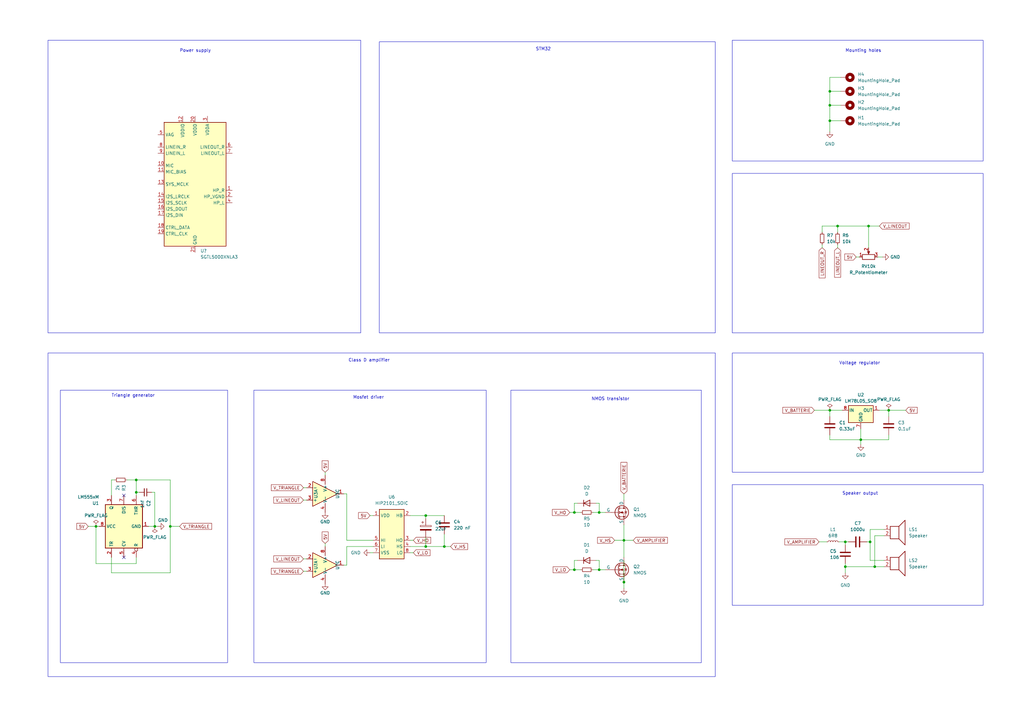
<source format=kicad_sch>
(kicad_sch (version 20230121) (generator eeschema)

  (uuid 66441ee1-468f-4b1d-85c6-aabbd1c311ea)

  (paper "A3")

  (lib_symbols
    (symbol "Amplifier_Operational:NJM4558" (pin_names (offset 0.127)) (in_bom yes) (on_board yes)
      (property "Reference" "U" (at 0 5.08 0)
        (effects (font (size 1.27 1.27)) (justify left))
      )
      (property "Value" "NJM4558" (at 0 -5.08 0)
        (effects (font (size 1.27 1.27)) (justify left))
      )
      (property "Footprint" "" (at 0 0 0)
        (effects (font (size 1.27 1.27)) hide)
      )
      (property "Datasheet" "http://www.njr.com/semicon/PDF/NJM4558_NJM4559_E.pdf" (at 0 0 0)
        (effects (font (size 1.27 1.27)) hide)
      )
      (property "ki_locked" "" (at 0 0 0)
        (effects (font (size 1.27 1.27)))
      )
      (property "ki_keywords" "dual opamp" (at 0 0 0)
        (effects (font (size 1.27 1.27)) hide)
      )
      (property "ki_description" "Dual Operational Amplifier, DIP-8/DMP-8/SIP-8/SOP-8/SSOP-8" (at 0 0 0)
        (effects (font (size 1.27 1.27)) hide)
      )
      (property "ki_fp_filters" "SOIC*3.9x4.9mm*P1.27mm* DIP*W7.62mm* TO*99* OnSemi*Micro8* TSSOP*3x3mm*P0.65mm* TSSOP*4.4x3mm*P0.65mm* MSOP*3x3mm*P0.65mm* SSOP*3.9x4.9mm*P0.635mm* LFCSP*2x2mm*P0.5mm* *SIP* SOIC*5.3x6.2mm*P1.27mm*" (at 0 0 0)
        (effects (font (size 1.27 1.27)) hide)
      )
      (symbol "NJM4558_1_1"
        (polyline
          (pts
            (xy -5.08 5.08)
            (xy 5.08 0)
            (xy -5.08 -5.08)
            (xy -5.08 5.08)
          )
          (stroke (width 0.254) (type default))
          (fill (type background))
        )
        (pin output line (at 7.62 0 180) (length 2.54)
          (name "~" (effects (font (size 1.27 1.27))))
          (number "1" (effects (font (size 1.27 1.27))))
        )
        (pin input line (at -7.62 -2.54 0) (length 2.54)
          (name "-" (effects (font (size 1.27 1.27))))
          (number "2" (effects (font (size 1.27 1.27))))
        )
        (pin input line (at -7.62 2.54 0) (length 2.54)
          (name "+" (effects (font (size 1.27 1.27))))
          (number "3" (effects (font (size 1.27 1.27))))
        )
      )
      (symbol "NJM4558_2_1"
        (polyline
          (pts
            (xy -5.08 5.08)
            (xy 5.08 0)
            (xy -5.08 -5.08)
            (xy -5.08 5.08)
          )
          (stroke (width 0.254) (type default))
          (fill (type background))
        )
        (pin input line (at -7.62 2.54 0) (length 2.54)
          (name "+" (effects (font (size 1.27 1.27))))
          (number "5" (effects (font (size 1.27 1.27))))
        )
        (pin input line (at -7.62 -2.54 0) (length 2.54)
          (name "-" (effects (font (size 1.27 1.27))))
          (number "6" (effects (font (size 1.27 1.27))))
        )
        (pin output line (at 7.62 0 180) (length 2.54)
          (name "~" (effects (font (size 1.27 1.27))))
          (number "7" (effects (font (size 1.27 1.27))))
        )
      )
      (symbol "NJM4558_3_1"
        (pin power_in line (at -2.54 -7.62 90) (length 3.81)
          (name "V-" (effects (font (size 1.27 1.27))))
          (number "4" (effects (font (size 1.27 1.27))))
        )
        (pin power_in line (at -2.54 7.62 270) (length 3.81)
          (name "V+" (effects (font (size 1.27 1.27))))
          (number "8" (effects (font (size 1.27 1.27))))
        )
      )
    )
    (symbol "Audio:SGTL5000XNLA3" (in_bom yes) (on_board yes)
      (property "Reference" "U" (at 0 0 0)
        (effects (font (size 1.27 1.27)))
      )
      (property "Value" "SGTL5000XNLA3" (at -5.08 -27.94 0)
        (effects (font (size 1.27 1.27)))
      )
      (property "Footprint" "Package_DFN_QFN:QFN-20-1EP_3x3mm_P0.4mm_EP1.65x1.65mm" (at 0 0 0)
        (effects (font (size 1.27 1.27)) hide)
      )
      (property "Datasheet" "https://www.nxp.com/docs/en/data-sheet/SGTL5000.pdf" (at 0 0 0)
        (effects (font (size 1.27 1.27)) hide)
      )
      (property "ki_keywords" "Codec" (at 0 0 0)
        (effects (font (size 1.27 1.27)) hide)
      )
      (property "ki_description" "Low Power Stereo Codec with Headphone Amp, QFN-20" (at 0 0 0)
        (effects (font (size 1.27 1.27)) hide)
      )
      (property "ki_fp_filters" "QFN*1EP*3x3mm*P0.4mm*" (at 0 0 0)
        (effects (font (size 1.27 1.27)) hide)
      )
      (symbol "SGTL5000XNLA3_0_1"
        (rectangle (start -12.7 25.4) (end 12.7 -25.4)
          (stroke (width 0.254) (type default))
          (fill (type background))
        )
      )
      (symbol "SGTL5000XNLA3_1_1"
        (pin output line (at 15.24 -2.54 180) (length 2.54)
          (name "HP_R" (effects (font (size 1.27 1.27))))
          (number "1" (effects (font (size 1.27 1.27))))
        )
        (pin input line (at -15.24 7.62 0) (length 2.54)
          (name "MIC" (effects (font (size 1.27 1.27))))
          (number "10" (effects (font (size 1.27 1.27))))
        )
        (pin input line (at -15.24 5.08 0) (length 2.54)
          (name "MIC_BIAS" (effects (font (size 1.27 1.27))))
          (number "11" (effects (font (size 1.27 1.27))))
        )
        (pin power_in line (at -5.08 27.94 270) (length 2.54)
          (name "VDDIO" (effects (font (size 1.27 1.27))))
          (number "12" (effects (font (size 1.27 1.27))))
        )
        (pin input line (at -15.24 0 0) (length 2.54)
          (name "SYS_MCLK" (effects (font (size 1.27 1.27))))
          (number "13" (effects (font (size 1.27 1.27))))
        )
        (pin input line (at -15.24 -5.08 0) (length 2.54)
          (name "I2S_LRCLK" (effects (font (size 1.27 1.27))))
          (number "14" (effects (font (size 1.27 1.27))))
        )
        (pin input line (at -15.24 -7.62 0) (length 2.54)
          (name "I2S_SCLK" (effects (font (size 1.27 1.27))))
          (number "15" (effects (font (size 1.27 1.27))))
        )
        (pin output line (at -15.24 -10.16 0) (length 2.54)
          (name "I2S_DOUT" (effects (font (size 1.27 1.27))))
          (number "16" (effects (font (size 1.27 1.27))))
        )
        (pin input line (at -15.24 -12.7 0) (length 2.54)
          (name "I2S_DIN" (effects (font (size 1.27 1.27))))
          (number "17" (effects (font (size 1.27 1.27))))
        )
        (pin input line (at -15.24 -17.78 0) (length 2.54)
          (name "CTRL_DATA" (effects (font (size 1.27 1.27))))
          (number "18" (effects (font (size 1.27 1.27))))
        )
        (pin input line (at -15.24 -20.32 0) (length 2.54)
          (name "CTRL_CLK" (effects (font (size 1.27 1.27))))
          (number "19" (effects (font (size 1.27 1.27))))
        )
        (pin power_out line (at 15.24 -5.08 180) (length 2.54)
          (name "HP_VGND" (effects (font (size 1.27 1.27))))
          (number "2" (effects (font (size 1.27 1.27))))
        )
        (pin power_in line (at 0 27.94 270) (length 2.54)
          (name "VDDD" (effects (font (size 1.27 1.27))))
          (number "20" (effects (font (size 1.27 1.27))))
        )
        (pin power_in line (at 0 -27.94 90) (length 2.54)
          (name "GND" (effects (font (size 1.27 1.27))))
          (number "21" (effects (font (size 1.27 1.27))))
        )
        (pin power_in line (at 5.08 27.94 270) (length 2.54)
          (name "VDDA" (effects (font (size 1.27 1.27))))
          (number "3" (effects (font (size 1.27 1.27))))
        )
        (pin output line (at 15.24 -7.62 180) (length 2.54)
          (name "HP_L" (effects (font (size 1.27 1.27))))
          (number "4" (effects (font (size 1.27 1.27))))
        )
        (pin passive line (at -15.24 20.32 0) (length 2.54)
          (name "VAG" (effects (font (size 1.27 1.27))))
          (number "5" (effects (font (size 1.27 1.27))))
        )
        (pin output line (at 15.24 15.24 180) (length 2.54)
          (name "LINEOUT_R" (effects (font (size 1.27 1.27))))
          (number "6" (effects (font (size 1.27 1.27))))
        )
        (pin output line (at 15.24 12.7 180) (length 2.54)
          (name "LINEOUT_L" (effects (font (size 1.27 1.27))))
          (number "7" (effects (font (size 1.27 1.27))))
        )
        (pin input line (at -15.24 15.24 0) (length 2.54)
          (name "LINEIN_R" (effects (font (size 1.27 1.27))))
          (number "8" (effects (font (size 1.27 1.27))))
        )
        (pin input line (at -15.24 12.7 0) (length 2.54)
          (name "LINEIN_L" (effects (font (size 1.27 1.27))))
          (number "9" (effects (font (size 1.27 1.27))))
        )
      )
    )
    (symbol "Device:C" (pin_numbers hide) (pin_names (offset 0.254)) (in_bom yes) (on_board yes)
      (property "Reference" "C" (at 0.635 2.54 0)
        (effects (font (size 1.27 1.27)) (justify left))
      )
      (property "Value" "C" (at 0.635 -2.54 0)
        (effects (font (size 1.27 1.27)) (justify left))
      )
      (property "Footprint" "" (at 0.9652 -3.81 0)
        (effects (font (size 1.27 1.27)) hide)
      )
      (property "Datasheet" "~" (at 0 0 0)
        (effects (font (size 1.27 1.27)) hide)
      )
      (property "ki_keywords" "cap capacitor" (at 0 0 0)
        (effects (font (size 1.27 1.27)) hide)
      )
      (property "ki_description" "Unpolarized capacitor" (at 0 0 0)
        (effects (font (size 1.27 1.27)) hide)
      )
      (property "ki_fp_filters" "C_*" (at 0 0 0)
        (effects (font (size 1.27 1.27)) hide)
      )
      (symbol "C_0_1"
        (polyline
          (pts
            (xy -2.032 -0.762)
            (xy 2.032 -0.762)
          )
          (stroke (width 0.508) (type default))
          (fill (type none))
        )
        (polyline
          (pts
            (xy -2.032 0.762)
            (xy 2.032 0.762)
          )
          (stroke (width 0.508) (type default))
          (fill (type none))
        )
      )
      (symbol "C_1_1"
        (pin passive line (at 0 3.81 270) (length 2.794)
          (name "~" (effects (font (size 1.27 1.27))))
          (number "1" (effects (font (size 1.27 1.27))))
        )
        (pin passive line (at 0 -3.81 90) (length 2.794)
          (name "~" (effects (font (size 1.27 1.27))))
          (number "2" (effects (font (size 1.27 1.27))))
        )
      )
    )
    (symbol "Device:C_Polarized" (pin_numbers hide) (pin_names (offset 0.254)) (in_bom yes) (on_board yes)
      (property "Reference" "C" (at 0.635 2.54 0)
        (effects (font (size 1.27 1.27)) (justify left))
      )
      (property "Value" "C_Polarized" (at 0.635 -2.54 0)
        (effects (font (size 1.27 1.27)) (justify left))
      )
      (property "Footprint" "" (at 0.9652 -3.81 0)
        (effects (font (size 1.27 1.27)) hide)
      )
      (property "Datasheet" "~" (at 0 0 0)
        (effects (font (size 1.27 1.27)) hide)
      )
      (property "ki_keywords" "cap capacitor" (at 0 0 0)
        (effects (font (size 1.27 1.27)) hide)
      )
      (property "ki_description" "Polarized capacitor" (at 0 0 0)
        (effects (font (size 1.27 1.27)) hide)
      )
      (property "ki_fp_filters" "CP_*" (at 0 0 0)
        (effects (font (size 1.27 1.27)) hide)
      )
      (symbol "C_Polarized_0_1"
        (rectangle (start -2.286 0.508) (end 2.286 1.016)
          (stroke (width 0) (type default))
          (fill (type none))
        )
        (polyline
          (pts
            (xy -1.778 2.286)
            (xy -0.762 2.286)
          )
          (stroke (width 0) (type default))
          (fill (type none))
        )
        (polyline
          (pts
            (xy -1.27 2.794)
            (xy -1.27 1.778)
          )
          (stroke (width 0) (type default))
          (fill (type none))
        )
        (rectangle (start 2.286 -0.508) (end -2.286 -1.016)
          (stroke (width 0) (type default))
          (fill (type outline))
        )
      )
      (symbol "C_Polarized_1_1"
        (pin passive line (at 0 3.81 270) (length 2.794)
          (name "~" (effects (font (size 1.27 1.27))))
          (number "1" (effects (font (size 1.27 1.27))))
        )
        (pin passive line (at 0 -3.81 90) (length 2.794)
          (name "~" (effects (font (size 1.27 1.27))))
          (number "2" (effects (font (size 1.27 1.27))))
        )
      )
    )
    (symbol "Device:C_Small" (pin_numbers hide) (pin_names (offset 0.254) hide) (in_bom yes) (on_board yes)
      (property "Reference" "C" (at 0.254 1.778 0)
        (effects (font (size 1.27 1.27)) (justify left))
      )
      (property "Value" "C_Small" (at 0.254 -2.032 0)
        (effects (font (size 1.27 1.27)) (justify left))
      )
      (property "Footprint" "" (at 0 0 0)
        (effects (font (size 1.27 1.27)) hide)
      )
      (property "Datasheet" "~" (at 0 0 0)
        (effects (font (size 1.27 1.27)) hide)
      )
      (property "ki_keywords" "capacitor cap" (at 0 0 0)
        (effects (font (size 1.27 1.27)) hide)
      )
      (property "ki_description" "Unpolarized capacitor, small symbol" (at 0 0 0)
        (effects (font (size 1.27 1.27)) hide)
      )
      (property "ki_fp_filters" "C_*" (at 0 0 0)
        (effects (font (size 1.27 1.27)) hide)
      )
      (symbol "C_Small_0_1"
        (polyline
          (pts
            (xy -1.524 -0.508)
            (xy 1.524 -0.508)
          )
          (stroke (width 0.3302) (type default))
          (fill (type none))
        )
        (polyline
          (pts
            (xy -1.524 0.508)
            (xy 1.524 0.508)
          )
          (stroke (width 0.3048) (type default))
          (fill (type none))
        )
      )
      (symbol "C_Small_1_1"
        (pin passive line (at 0 2.54 270) (length 2.032)
          (name "~" (effects (font (size 1.27 1.27))))
          (number "1" (effects (font (size 1.27 1.27))))
        )
        (pin passive line (at 0 -2.54 90) (length 2.032)
          (name "~" (effects (font (size 1.27 1.27))))
          (number "2" (effects (font (size 1.27 1.27))))
        )
      )
    )
    (symbol "Device:D" (pin_numbers hide) (pin_names (offset 1.016) hide) (in_bom yes) (on_board yes)
      (property "Reference" "D" (at 0 2.54 0)
        (effects (font (size 1.27 1.27)))
      )
      (property "Value" "D" (at 0 -2.54 0)
        (effects (font (size 1.27 1.27)))
      )
      (property "Footprint" "" (at 0 0 0)
        (effects (font (size 1.27 1.27)) hide)
      )
      (property "Datasheet" "~" (at 0 0 0)
        (effects (font (size 1.27 1.27)) hide)
      )
      (property "Sim.Device" "D" (at 0 0 0)
        (effects (font (size 1.27 1.27)) hide)
      )
      (property "Sim.Pins" "1=K 2=A" (at 0 0 0)
        (effects (font (size 1.27 1.27)) hide)
      )
      (property "ki_keywords" "diode" (at 0 0 0)
        (effects (font (size 1.27 1.27)) hide)
      )
      (property "ki_description" "Diode" (at 0 0 0)
        (effects (font (size 1.27 1.27)) hide)
      )
      (property "ki_fp_filters" "TO-???* *_Diode_* *SingleDiode* D_*" (at 0 0 0)
        (effects (font (size 1.27 1.27)) hide)
      )
      (symbol "D_0_1"
        (polyline
          (pts
            (xy -1.27 1.27)
            (xy -1.27 -1.27)
          )
          (stroke (width 0.254) (type default))
          (fill (type none))
        )
        (polyline
          (pts
            (xy 1.27 0)
            (xy -1.27 0)
          )
          (stroke (width 0) (type default))
          (fill (type none))
        )
        (polyline
          (pts
            (xy 1.27 1.27)
            (xy 1.27 -1.27)
            (xy -1.27 0)
            (xy 1.27 1.27)
          )
          (stroke (width 0.254) (type default))
          (fill (type none))
        )
      )
      (symbol "D_1_1"
        (pin passive line (at -3.81 0 0) (length 2.54)
          (name "K" (effects (font (size 1.27 1.27))))
          (number "1" (effects (font (size 1.27 1.27))))
        )
        (pin passive line (at 3.81 0 180) (length 2.54)
          (name "A" (effects (font (size 1.27 1.27))))
          (number "2" (effects (font (size 1.27 1.27))))
        )
      )
    )
    (symbol "Device:L_Small" (pin_numbers hide) (pin_names (offset 0.254) hide) (in_bom yes) (on_board yes)
      (property "Reference" "L" (at 0.762 1.016 0)
        (effects (font (size 1.27 1.27)) (justify left))
      )
      (property "Value" "L_Small" (at 0.762 -1.016 0)
        (effects (font (size 1.27 1.27)) (justify left))
      )
      (property "Footprint" "" (at 0 0 0)
        (effects (font (size 1.27 1.27)) hide)
      )
      (property "Datasheet" "~" (at 0 0 0)
        (effects (font (size 1.27 1.27)) hide)
      )
      (property "ki_keywords" "inductor choke coil reactor magnetic" (at 0 0 0)
        (effects (font (size 1.27 1.27)) hide)
      )
      (property "ki_description" "Inductor, small symbol" (at 0 0 0)
        (effects (font (size 1.27 1.27)) hide)
      )
      (property "ki_fp_filters" "Choke_* *Coil* Inductor_* L_*" (at 0 0 0)
        (effects (font (size 1.27 1.27)) hide)
      )
      (symbol "L_Small_0_1"
        (arc (start 0 -2.032) (mid 0.5058 -1.524) (end 0 -1.016)
          (stroke (width 0) (type default))
          (fill (type none))
        )
        (arc (start 0 -1.016) (mid 0.5058 -0.508) (end 0 0)
          (stroke (width 0) (type default))
          (fill (type none))
        )
        (arc (start 0 0) (mid 0.5058 0.508) (end 0 1.016)
          (stroke (width 0) (type default))
          (fill (type none))
        )
        (arc (start 0 1.016) (mid 0.5058 1.524) (end 0 2.032)
          (stroke (width 0) (type default))
          (fill (type none))
        )
      )
      (symbol "L_Small_1_1"
        (pin passive line (at 0 2.54 270) (length 0.508)
          (name "~" (effects (font (size 1.27 1.27))))
          (number "1" (effects (font (size 1.27 1.27))))
        )
        (pin passive line (at 0 -2.54 90) (length 0.508)
          (name "~" (effects (font (size 1.27 1.27))))
          (number "2" (effects (font (size 1.27 1.27))))
        )
      )
    )
    (symbol "Device:R_Potentiometer" (pin_names (offset 1.016) hide) (in_bom yes) (on_board yes)
      (property "Reference" "RV" (at -4.445 0 90)
        (effects (font (size 1.27 1.27)))
      )
      (property "Value" "R_Potentiometer" (at -2.54 0 90)
        (effects (font (size 1.27 1.27)))
      )
      (property "Footprint" "" (at 0 0 0)
        (effects (font (size 1.27 1.27)) hide)
      )
      (property "Datasheet" "~" (at 0 0 0)
        (effects (font (size 1.27 1.27)) hide)
      )
      (property "ki_keywords" "resistor variable" (at 0 0 0)
        (effects (font (size 1.27 1.27)) hide)
      )
      (property "ki_description" "Potentiometer" (at 0 0 0)
        (effects (font (size 1.27 1.27)) hide)
      )
      (property "ki_fp_filters" "Potentiometer*" (at 0 0 0)
        (effects (font (size 1.27 1.27)) hide)
      )
      (symbol "R_Potentiometer_0_1"
        (polyline
          (pts
            (xy 2.54 0)
            (xy 1.524 0)
          )
          (stroke (width 0) (type default))
          (fill (type none))
        )
        (polyline
          (pts
            (xy 1.143 0)
            (xy 2.286 0.508)
            (xy 2.286 -0.508)
            (xy 1.143 0)
          )
          (stroke (width 0) (type default))
          (fill (type outline))
        )
        (rectangle (start 1.016 2.54) (end -1.016 -2.54)
          (stroke (width 0.254) (type default))
          (fill (type none))
        )
      )
      (symbol "R_Potentiometer_1_1"
        (pin passive line (at 0 3.81 270) (length 1.27)
          (name "1" (effects (font (size 1.27 1.27))))
          (number "1" (effects (font (size 1.27 1.27))))
        )
        (pin passive line (at 3.81 0 180) (length 1.27)
          (name "2" (effects (font (size 1.27 1.27))))
          (number "2" (effects (font (size 1.27 1.27))))
        )
        (pin passive line (at 0 -3.81 90) (length 1.27)
          (name "3" (effects (font (size 1.27 1.27))))
          (number "3" (effects (font (size 1.27 1.27))))
        )
      )
    )
    (symbol "Device:R_Small" (pin_numbers hide) (pin_names (offset 0.254) hide) (in_bom yes) (on_board yes)
      (property "Reference" "R" (at 0.762 0.508 0)
        (effects (font (size 1.27 1.27)) (justify left))
      )
      (property "Value" "R_Small" (at 0.762 -1.016 0)
        (effects (font (size 1.27 1.27)) (justify left))
      )
      (property "Footprint" "" (at 0 0 0)
        (effects (font (size 1.27 1.27)) hide)
      )
      (property "Datasheet" "~" (at 0 0 0)
        (effects (font (size 1.27 1.27)) hide)
      )
      (property "ki_keywords" "R resistor" (at 0 0 0)
        (effects (font (size 1.27 1.27)) hide)
      )
      (property "ki_description" "Resistor, small symbol" (at 0 0 0)
        (effects (font (size 1.27 1.27)) hide)
      )
      (property "ki_fp_filters" "R_*" (at 0 0 0)
        (effects (font (size 1.27 1.27)) hide)
      )
      (symbol "R_Small_0_1"
        (rectangle (start -0.762 1.778) (end 0.762 -1.778)
          (stroke (width 0.2032) (type default))
          (fill (type none))
        )
      )
      (symbol "R_Small_1_1"
        (pin passive line (at 0 2.54 270) (length 0.762)
          (name "~" (effects (font (size 1.27 1.27))))
          (number "1" (effects (font (size 1.27 1.27))))
        )
        (pin passive line (at 0 -2.54 90) (length 0.762)
          (name "~" (effects (font (size 1.27 1.27))))
          (number "2" (effects (font (size 1.27 1.27))))
        )
      )
    )
    (symbol "Device:Speaker" (pin_names (offset 0) hide) (in_bom yes) (on_board yes)
      (property "Reference" "LS" (at 1.27 5.715 0)
        (effects (font (size 1.27 1.27)) (justify right))
      )
      (property "Value" "Speaker" (at 1.27 3.81 0)
        (effects (font (size 1.27 1.27)) (justify right))
      )
      (property "Footprint" "" (at 0 -5.08 0)
        (effects (font (size 1.27 1.27)) hide)
      )
      (property "Datasheet" "~" (at -0.254 -1.27 0)
        (effects (font (size 1.27 1.27)) hide)
      )
      (property "ki_keywords" "speaker sound" (at 0 0 0)
        (effects (font (size 1.27 1.27)) hide)
      )
      (property "ki_description" "Speaker" (at 0 0 0)
        (effects (font (size 1.27 1.27)) hide)
      )
      (symbol "Speaker_0_0"
        (rectangle (start -2.54 1.27) (end 1.016 -3.81)
          (stroke (width 0.254) (type default))
          (fill (type none))
        )
        (polyline
          (pts
            (xy 1.016 1.27)
            (xy 3.556 3.81)
            (xy 3.556 -6.35)
            (xy 1.016 -3.81)
          )
          (stroke (width 0.254) (type default))
          (fill (type none))
        )
      )
      (symbol "Speaker_1_1"
        (pin input line (at -5.08 0 0) (length 2.54)
          (name "1" (effects (font (size 1.27 1.27))))
          (number "1" (effects (font (size 1.27 1.27))))
        )
        (pin input line (at -5.08 -2.54 0) (length 2.54)
          (name "2" (effects (font (size 1.27 1.27))))
          (number "2" (effects (font (size 1.27 1.27))))
        )
      )
    )
    (symbol "Driver_FET:HIP2101_SOIC" (in_bom yes) (on_board yes)
      (property "Reference" "U" (at 0 13.335 0)
        (effects (font (size 1.27 1.27)))
      )
      (property "Value" "HIP2101_SOIC" (at 0 11.43 0)
        (effects (font (size 1.27 1.27)))
      )
      (property "Footprint" "Package_SO:SOIC-8_3.9x4.9mm_P1.27mm" (at 0 -12.7 0)
        (effects (font (size 1.27 1.27) italic) hide)
      )
      (property "Datasheet" "http://www.intersil.com/content/dam/Intersil/documents/hip2/hip2101.pdf" (at 0 -13.97 0)
        (effects (font (size 1.27 1.27)) hide)
      )
      (property "ki_keywords" "Half Bridge Gate Driver" (at 0 0 0)
        (effects (font (size 1.27 1.27)) hide)
      )
      (property "ki_description" "High Frequency Half Bridge Driver, TTL/CMOS inputs, Output Current 2.0A, 100V, SOIC-8" (at 0 0 0)
        (effects (font (size 1.27 1.27)) hide)
      )
      (property "ki_fp_filters" "SOIC*3.9x4.9mm*P1.27mm*" (at 0 0 0)
        (effects (font (size 1.27 1.27)) hide)
      )
      (symbol "HIP2101_SOIC_0_1"
        (rectangle (start -5.08 -10.16) (end 5.08 10.16)
          (stroke (width 0.254) (type default))
          (fill (type background))
        )
      )
      (symbol "HIP2101_SOIC_1_1"
        (pin power_in line (at -7.62 7.62 0) (length 2.54)
          (name "VDD" (effects (font (size 1.27 1.27))))
          (number "1" (effects (font (size 1.27 1.27))))
        )
        (pin passive line (at 7.62 7.62 180) (length 2.54)
          (name "HB" (effects (font (size 1.27 1.27))))
          (number "2" (effects (font (size 1.27 1.27))))
        )
        (pin output line (at 7.62 -2.54 180) (length 2.54)
          (name "HO" (effects (font (size 1.27 1.27))))
          (number "3" (effects (font (size 1.27 1.27))))
        )
        (pin passive line (at 7.62 -5.08 180) (length 2.54)
          (name "HS" (effects (font (size 1.27 1.27))))
          (number "4" (effects (font (size 1.27 1.27))))
        )
        (pin input line (at -7.62 -2.54 0) (length 2.54)
          (name "HI" (effects (font (size 1.27 1.27))))
          (number "5" (effects (font (size 1.27 1.27))))
        )
        (pin input line (at -7.62 -5.08 0) (length 2.54)
          (name "LI" (effects (font (size 1.27 1.27))))
          (number "6" (effects (font (size 1.27 1.27))))
        )
        (pin power_in line (at -7.62 -7.62 0) (length 2.54)
          (name "VSS" (effects (font (size 1.27 1.27))))
          (number "7" (effects (font (size 1.27 1.27))))
        )
        (pin output line (at 7.62 -7.62 180) (length 2.54)
          (name "LO" (effects (font (size 1.27 1.27))))
          (number "8" (effects (font (size 1.27 1.27))))
        )
      )
    )
    (symbol "Mechanical:MountingHole_Pad" (pin_numbers hide) (pin_names (offset 1.016) hide) (in_bom yes) (on_board yes)
      (property "Reference" "H" (at 0 6.35 0)
        (effects (font (size 1.27 1.27)))
      )
      (property "Value" "MountingHole_Pad" (at 0 4.445 0)
        (effects (font (size 1.27 1.27)))
      )
      (property "Footprint" "" (at 0 0 0)
        (effects (font (size 1.27 1.27)) hide)
      )
      (property "Datasheet" "~" (at 0 0 0)
        (effects (font (size 1.27 1.27)) hide)
      )
      (property "ki_keywords" "mounting hole" (at 0 0 0)
        (effects (font (size 1.27 1.27)) hide)
      )
      (property "ki_description" "Mounting Hole with connection" (at 0 0 0)
        (effects (font (size 1.27 1.27)) hide)
      )
      (property "ki_fp_filters" "MountingHole*Pad*" (at 0 0 0)
        (effects (font (size 1.27 1.27)) hide)
      )
      (symbol "MountingHole_Pad_0_1"
        (circle (center 0 1.27) (radius 1.27)
          (stroke (width 1.27) (type default))
          (fill (type none))
        )
      )
      (symbol "MountingHole_Pad_1_1"
        (pin input line (at 0 -2.54 90) (length 2.54)
          (name "1" (effects (font (size 1.27 1.27))))
          (number "1" (effects (font (size 1.27 1.27))))
        )
      )
    )
    (symbol "Regulator_Linear:LM78L05_SO8" (pin_names (offset 0.254)) (in_bom yes) (on_board yes)
      (property "Reference" "U" (at -3.81 3.175 0)
        (effects (font (size 1.27 1.27)))
      )
      (property "Value" "LM78L05_SO8" (at 0 3.175 0)
        (effects (font (size 1.27 1.27)) (justify left))
      )
      (property "Footprint" "Package_SO:SOIC-8_3.9x4.9mm_P1.27mm" (at 2.54 5.08 0)
        (effects (font (size 1.27 1.27) italic) hide)
      )
      (property "Datasheet" "https://www.onsemi.com/pub/Collateral/MC78L06A-D.pdf" (at 5.08 0 0)
        (effects (font (size 1.27 1.27)) hide)
      )
      (property "ki_keywords" "Voltage Regulator 100mA Positive" (at 0 0 0)
        (effects (font (size 1.27 1.27)) hide)
      )
      (property "ki_description" "Positive 100mA 30V Linear Regulator, Fixed Output 5V, SO-8" (at 0 0 0)
        (effects (font (size 1.27 1.27)) hide)
      )
      (property "ki_fp_filters" "SOIC*3.9x4.9mm*P1.27mm*" (at 0 0 0)
        (effects (font (size 1.27 1.27)) hide)
      )
      (symbol "LM78L05_SO8_0_1"
        (rectangle (start -5.08 1.905) (end 5.08 -5.08)
          (stroke (width 0.254) (type default))
          (fill (type background))
        )
      )
      (symbol "LM78L05_SO8_1_1"
        (pin power_out line (at 7.62 0 180) (length 2.54)
          (name "OUT" (effects (font (size 1.27 1.27))))
          (number "1" (effects (font (size 1.27 1.27))))
        )
        (pin passive line (at 0 -7.62 90) (length 2.54) hide
          (name "GND" (effects (font (size 1.27 1.27))))
          (number "2" (effects (font (size 1.27 1.27))))
        )
        (pin passive line (at 0 -7.62 90) (length 2.54) hide
          (name "GND" (effects (font (size 1.27 1.27))))
          (number "3" (effects (font (size 1.27 1.27))))
        )
        (pin no_connect line (at -5.08 -2.54 0) (length 2.54) hide
          (name "NC" (effects (font (size 1.27 1.27))))
          (number "4" (effects (font (size 1.27 1.27))))
        )
        (pin no_connect line (at 5.08 -2.54 180) (length 2.54) hide
          (name "NC" (effects (font (size 1.27 1.27))))
          (number "5" (effects (font (size 1.27 1.27))))
        )
        (pin passive line (at 0 -7.62 90) (length 2.54) hide
          (name "GND" (effects (font (size 1.27 1.27))))
          (number "6" (effects (font (size 1.27 1.27))))
        )
        (pin power_in line (at 0 -7.62 90) (length 2.54)
          (name "GND" (effects (font (size 1.27 1.27))))
          (number "7" (effects (font (size 1.27 1.27))))
        )
        (pin power_in line (at -7.62 0 0) (length 2.54)
          (name "IN" (effects (font (size 1.27 1.27))))
          (number "8" (effects (font (size 1.27 1.27))))
        )
      )
    )
    (symbol "Simulation_SPICE:NMOS" (pin_numbers hide) (pin_names (offset 0)) (in_bom yes) (on_board yes)
      (property "Reference" "Q" (at 5.08 1.27 0)
        (effects (font (size 1.27 1.27)) (justify left))
      )
      (property "Value" "NMOS" (at 5.08 -1.27 0)
        (effects (font (size 1.27 1.27)) (justify left))
      )
      (property "Footprint" "" (at 5.08 2.54 0)
        (effects (font (size 1.27 1.27)) hide)
      )
      (property "Datasheet" "https://ngspice.sourceforge.io/docs/ngspice-manual.pdf" (at 0 -12.7 0)
        (effects (font (size 1.27 1.27)) hide)
      )
      (property "Sim.Device" "NMOS" (at 0 -17.145 0)
        (effects (font (size 1.27 1.27)) hide)
      )
      (property "Sim.Type" "VDMOS" (at 0 -19.05 0)
        (effects (font (size 1.27 1.27)) hide)
      )
      (property "Sim.Pins" "1=D 2=G 3=S" (at 0 -15.24 0)
        (effects (font (size 1.27 1.27)) hide)
      )
      (property "ki_keywords" "transistor NMOS N-MOS N-MOSFET simulation" (at 0 0 0)
        (effects (font (size 1.27 1.27)) hide)
      )
      (property "ki_description" "N-MOSFET transistor, drain/source/gate" (at 0 0 0)
        (effects (font (size 1.27 1.27)) hide)
      )
      (symbol "NMOS_0_1"
        (polyline
          (pts
            (xy 0.254 0)
            (xy -2.54 0)
          )
          (stroke (width 0) (type default))
          (fill (type none))
        )
        (polyline
          (pts
            (xy 0.254 1.905)
            (xy 0.254 -1.905)
          )
          (stroke (width 0.254) (type default))
          (fill (type none))
        )
        (polyline
          (pts
            (xy 0.762 -1.27)
            (xy 0.762 -2.286)
          )
          (stroke (width 0.254) (type default))
          (fill (type none))
        )
        (polyline
          (pts
            (xy 0.762 0.508)
            (xy 0.762 -0.508)
          )
          (stroke (width 0.254) (type default))
          (fill (type none))
        )
        (polyline
          (pts
            (xy 0.762 2.286)
            (xy 0.762 1.27)
          )
          (stroke (width 0.254) (type default))
          (fill (type none))
        )
        (polyline
          (pts
            (xy 2.54 2.54)
            (xy 2.54 1.778)
          )
          (stroke (width 0) (type default))
          (fill (type none))
        )
        (polyline
          (pts
            (xy 2.54 -2.54)
            (xy 2.54 0)
            (xy 0.762 0)
          )
          (stroke (width 0) (type default))
          (fill (type none))
        )
        (polyline
          (pts
            (xy 0.762 -1.778)
            (xy 3.302 -1.778)
            (xy 3.302 1.778)
            (xy 0.762 1.778)
          )
          (stroke (width 0) (type default))
          (fill (type none))
        )
        (polyline
          (pts
            (xy 1.016 0)
            (xy 2.032 0.381)
            (xy 2.032 -0.381)
            (xy 1.016 0)
          )
          (stroke (width 0) (type default))
          (fill (type outline))
        )
        (polyline
          (pts
            (xy 2.794 0.508)
            (xy 2.921 0.381)
            (xy 3.683 0.381)
            (xy 3.81 0.254)
          )
          (stroke (width 0) (type default))
          (fill (type none))
        )
        (polyline
          (pts
            (xy 3.302 0.381)
            (xy 2.921 -0.254)
            (xy 3.683 -0.254)
            (xy 3.302 0.381)
          )
          (stroke (width 0) (type default))
          (fill (type none))
        )
        (circle (center 1.651 0) (radius 2.794)
          (stroke (width 0.254) (type default))
          (fill (type none))
        )
        (circle (center 2.54 -1.778) (radius 0.254)
          (stroke (width 0) (type default))
          (fill (type outline))
        )
        (circle (center 2.54 1.778) (radius 0.254)
          (stroke (width 0) (type default))
          (fill (type outline))
        )
      )
      (symbol "NMOS_1_1"
        (pin passive line (at 2.54 5.08 270) (length 2.54)
          (name "D" (effects (font (size 1.27 1.27))))
          (number "1" (effects (font (size 1.27 1.27))))
        )
        (pin input line (at -5.08 0 0) (length 2.54)
          (name "G" (effects (font (size 1.27 1.27))))
          (number "2" (effects (font (size 1.27 1.27))))
        )
        (pin passive line (at 2.54 -5.08 90) (length 2.54)
          (name "S" (effects (font (size 1.27 1.27))))
          (number "3" (effects (font (size 1.27 1.27))))
        )
      )
    )
    (symbol "Timer:LM555xM" (in_bom yes) (on_board yes)
      (property "Reference" "U" (at -10.16 8.89 0)
        (effects (font (size 1.27 1.27)) (justify left))
      )
      (property "Value" "LM555xM" (at 2.54 8.89 0)
        (effects (font (size 1.27 1.27)) (justify left))
      )
      (property "Footprint" "Package_SO:SOIC-8_3.9x4.9mm_P1.27mm" (at 21.59 -10.16 0)
        (effects (font (size 1.27 1.27)) hide)
      )
      (property "Datasheet" "http://www.ti.com/lit/ds/symlink/lm555.pdf" (at 21.59 -10.16 0)
        (effects (font (size 1.27 1.27)) hide)
      )
      (property "ki_keywords" "single timer 555" (at 0 0 0)
        (effects (font (size 1.27 1.27)) hide)
      )
      (property "ki_description" "Timer, 555 compatible, SOIC-8" (at 0 0 0)
        (effects (font (size 1.27 1.27)) hide)
      )
      (property "ki_fp_filters" "SOIC*3.9x4.9mm*P1.27mm*" (at 0 0 0)
        (effects (font (size 1.27 1.27)) hide)
      )
      (symbol "LM555xM_0_0"
        (pin power_in line (at 0 -10.16 90) (length 2.54)
          (name "GND" (effects (font (size 1.27 1.27))))
          (number "1" (effects (font (size 1.27 1.27))))
        )
        (pin power_in line (at 0 10.16 270) (length 2.54)
          (name "VCC" (effects (font (size 1.27 1.27))))
          (number "8" (effects (font (size 1.27 1.27))))
        )
      )
      (symbol "LM555xM_0_1"
        (rectangle (start -8.89 -7.62) (end 8.89 7.62)
          (stroke (width 0.254) (type default))
          (fill (type background))
        )
        (rectangle (start -8.89 -7.62) (end 8.89 7.62)
          (stroke (width 0.254) (type default))
          (fill (type background))
        )
      )
      (symbol "LM555xM_1_1"
        (pin input line (at -12.7 5.08 0) (length 3.81)
          (name "TR" (effects (font (size 1.27 1.27))))
          (number "2" (effects (font (size 1.27 1.27))))
        )
        (pin output line (at 12.7 5.08 180) (length 3.81)
          (name "Q" (effects (font (size 1.27 1.27))))
          (number "3" (effects (font (size 1.27 1.27))))
        )
        (pin input inverted (at -12.7 -5.08 0) (length 3.81)
          (name "R" (effects (font (size 1.27 1.27))))
          (number "4" (effects (font (size 1.27 1.27))))
        )
        (pin input line (at -12.7 0 0) (length 3.81)
          (name "CV" (effects (font (size 1.27 1.27))))
          (number "5" (effects (font (size 1.27 1.27))))
        )
        (pin input line (at 12.7 -5.08 180) (length 3.81)
          (name "THR" (effects (font (size 1.27 1.27))))
          (number "6" (effects (font (size 1.27 1.27))))
        )
        (pin input line (at 12.7 0 180) (length 3.81)
          (name "DIS" (effects (font (size 1.27 1.27))))
          (number "7" (effects (font (size 1.27 1.27))))
        )
      )
    )
    (symbol "power:GND" (power) (pin_names (offset 0)) (in_bom yes) (on_board yes)
      (property "Reference" "#PWR" (at 0 -6.35 0)
        (effects (font (size 1.27 1.27)) hide)
      )
      (property "Value" "GND" (at 0 -3.81 0)
        (effects (font (size 1.27 1.27)))
      )
      (property "Footprint" "" (at 0 0 0)
        (effects (font (size 1.27 1.27)) hide)
      )
      (property "Datasheet" "" (at 0 0 0)
        (effects (font (size 1.27 1.27)) hide)
      )
      (property "ki_keywords" "global power" (at 0 0 0)
        (effects (font (size 1.27 1.27)) hide)
      )
      (property "ki_description" "Power symbol creates a global label with name \"GND\" , ground" (at 0 0 0)
        (effects (font (size 1.27 1.27)) hide)
      )
      (symbol "GND_0_1"
        (polyline
          (pts
            (xy 0 0)
            (xy 0 -1.27)
            (xy 1.27 -1.27)
            (xy 0 -2.54)
            (xy -1.27 -1.27)
            (xy 0 -1.27)
          )
          (stroke (width 0) (type default))
          (fill (type none))
        )
      )
      (symbol "GND_1_1"
        (pin power_in line (at 0 0 270) (length 0) hide
          (name "GND" (effects (font (size 1.27 1.27))))
          (number "1" (effects (font (size 1.27 1.27))))
        )
      )
    )
    (symbol "power:PWR_FLAG" (power) (pin_numbers hide) (pin_names (offset 0) hide) (in_bom yes) (on_board yes)
      (property "Reference" "#FLG" (at 0 1.905 0)
        (effects (font (size 1.27 1.27)) hide)
      )
      (property "Value" "PWR_FLAG" (at 0 3.81 0)
        (effects (font (size 1.27 1.27)))
      )
      (property "Footprint" "" (at 0 0 0)
        (effects (font (size 1.27 1.27)) hide)
      )
      (property "Datasheet" "~" (at 0 0 0)
        (effects (font (size 1.27 1.27)) hide)
      )
      (property "ki_keywords" "flag power" (at 0 0 0)
        (effects (font (size 1.27 1.27)) hide)
      )
      (property "ki_description" "Special symbol for telling ERC where power comes from" (at 0 0 0)
        (effects (font (size 1.27 1.27)) hide)
      )
      (symbol "PWR_FLAG_0_0"
        (pin power_out line (at 0 0 90) (length 0)
          (name "pwr" (effects (font (size 1.27 1.27))))
          (number "1" (effects (font (size 1.27 1.27))))
        )
      )
      (symbol "PWR_FLAG_0_1"
        (polyline
          (pts
            (xy 0 0)
            (xy 0 1.27)
            (xy -1.016 1.905)
            (xy 0 2.54)
            (xy 1.016 1.905)
            (xy 0 1.27)
          )
          (stroke (width 0) (type default))
          (fill (type none))
        )
      )
    )
  )

  (junction (at 364.49 168.275) (diameter 0) (color 0 0 0 0)
    (uuid 077b9570-2e8e-40f6-9e61-04200d96a141)
  )
  (junction (at 340.36 49.53) (diameter 0) (color 0 0 0 0)
    (uuid 1349f3bc-637c-46f7-87dd-fd270c68a7d8)
  )
  (junction (at 235.585 233.68) (diameter 0) (color 0 0 0 0)
    (uuid 178e544c-cde8-466c-9b4b-e6d0beb959c5)
  )
  (junction (at 182.245 224.155) (diameter 0) (color 0 0 0 0)
    (uuid 2272f76b-c9f5-4d0e-a168-95a10dbc2bbd)
  )
  (junction (at 340.36 168.275) (diameter 0) (color 0 0 0 0)
    (uuid 238c4244-4aa3-476c-92e1-1cd3a47da973)
  )
  (junction (at 343.535 92.71) (diameter 0) (color 0 0 0 0)
    (uuid 23bc1211-0f64-4310-9d63-342443a4e451)
  )
  (junction (at 255.905 238.76) (diameter 0) (color 0 0 0 0)
    (uuid 312c5da0-3f78-4f98-8a0a-71d9c9b4a3f3)
  )
  (junction (at 346.71 232.41) (diameter 0) (color 0 0 0 0)
    (uuid 34445044-83a4-4be2-9cc1-d8809c7b6b48)
  )
  (junction (at 245.745 233.68) (diameter 0) (color 0 0 0 0)
    (uuid 3f1c25b4-b26b-4c80-977b-8fc780dbaedf)
  )
  (junction (at 55.88 201.93) (diameter 0) (color 0 0 0 0)
    (uuid 4adf420e-1f16-4b96-a72f-0b505748c33a)
  )
  (junction (at 55.88 196.85) (diameter 0) (color 0 0 0 0)
    (uuid 58fb2c9b-9654-4ecd-a76e-4fc52d5cf9d5)
  )
  (junction (at 69.85 215.9) (diameter 0) (color 0 0 0 0)
    (uuid 5ae1cf80-e449-49bd-8930-4c25fc8f9c35)
  )
  (junction (at 346.71 222.25) (diameter 0) (color 0 0 0 0)
    (uuid 7885d8e3-fa4f-498f-828a-29c815896c9f)
  )
  (junction (at 174.625 224.155) (diameter 0) (color 0 0 0 0)
    (uuid 79ef8dd6-e580-413b-85b6-d99844d202f5)
  )
  (junction (at 245.745 210.185) (diameter 0) (color 0 0 0 0)
    (uuid 7d4ae6de-58e8-47ce-8a0c-749f6c2c04e3)
  )
  (junction (at 174.625 211.455) (diameter 0) (color 0 0 0 0)
    (uuid 86e15927-9815-4d6a-86c7-b6d597b73b55)
  )
  (junction (at 39.37 215.9) (diameter 0) (color 0 0 0 0)
    (uuid 92ff6572-d2e3-40c7-90b3-aa1727baefc0)
  )
  (junction (at 235.585 210.185) (diameter 0) (color 0 0 0 0)
    (uuid bdcf1e95-b87b-49d6-9e36-7c4638ebf918)
  )
  (junction (at 63.5 215.9) (diameter 0) (color 0 0 0 0)
    (uuid ce1efbd0-ccf3-4896-8636-5b4bc9062b84)
  )
  (junction (at 358.775 232.41) (diameter 0) (color 0 0 0 0)
    (uuid ce83c03f-efdf-41f2-a21e-bd62433a4985)
  )
  (junction (at 356.87 222.25) (diameter 0) (color 0 0 0 0)
    (uuid cfd26a3d-90f0-4ff5-88ee-f1f159fbf0de)
  )
  (junction (at 353.06 180.34) (diameter 0) (color 0 0 0 0)
    (uuid dc035acb-0ae5-4628-9b71-e2e61e99e78b)
  )
  (junction (at 255.905 221.615) (diameter 0) (color 0 0 0 0)
    (uuid dd571973-043a-4be2-abf8-3faabd7a8bef)
  )
  (junction (at 340.36 37.465) (diameter 0) (color 0 0 0 0)
    (uuid e086a3ef-c55d-4dd5-8bba-4b3d2064208a)
  )
  (junction (at 356.235 92.71) (diameter 0) (color 0 0 0 0)
    (uuid f9fd983e-8c43-4716-a3f1-dd7107620150)
  )
  (junction (at 340.36 43.18) (diameter 0) (color 0 0 0 0)
    (uuid fcb9ae0d-3de3-4c50-a049-2606d95559f3)
  )

  (no_connect (at 50.8 203.2) (uuid 15a82ff4-02d1-4bc5-80d3-a80ee3d6d278))
  (no_connect (at 50.8 228.6) (uuid 70c96f12-019e-4166-b1cd-b7cc5e6b8451))

  (wire (pts (xy 133.35 193.675) (xy 133.35 194.945))
    (stroke (width 0) (type default))
    (uuid 04c22b25-6586-4548-92db-943ad4d66b49)
  )
  (wire (pts (xy 142.24 224.155) (xy 142.24 231.775))
    (stroke (width 0) (type default))
    (uuid 0679c9f6-ef10-4807-8e19-1baa9ac41259)
  )
  (wire (pts (xy 73.66 215.9) (xy 69.85 215.9))
    (stroke (width 0) (type default))
    (uuid 0746f144-cf58-41fc-bc2e-6f9dc677d4a2)
  )
  (wire (pts (xy 153.035 224.155) (xy 142.24 224.155))
    (stroke (width 0) (type default))
    (uuid 0a644fdc-365a-43c6-8848-dddaa8ae3297)
  )
  (wire (pts (xy 235.585 210.185) (xy 238.125 210.185))
    (stroke (width 0) (type default))
    (uuid 0f2e2023-a3ee-41c4-99c2-578969d58406)
  )
  (wire (pts (xy 364.49 168.275) (xy 364.49 170.815))
    (stroke (width 0) (type default))
    (uuid 0f79ff14-9b79-4689-88be-2fe793d0540d)
  )
  (wire (pts (xy 125.73 234.315) (xy 124.46 234.315))
    (stroke (width 0) (type default))
    (uuid 16991f09-c3fe-4ba1-96ed-fb899baca704)
  )
  (wire (pts (xy 140.97 202.565) (xy 142.24 202.565))
    (stroke (width 0) (type default))
    (uuid 174ecfd5-b6c1-4fc0-b763-408d17875082)
  )
  (wire (pts (xy 353.06 175.895) (xy 353.06 180.34))
    (stroke (width 0) (type default))
    (uuid 1c4cf749-bf57-422c-a455-e2c6cd400236)
  )
  (wire (pts (xy 346.71 222.25) (xy 347.98 222.25))
    (stroke (width 0) (type default))
    (uuid 20ae32f2-60f7-4b9c-9178-aa2b79ff3097)
  )
  (wire (pts (xy 55.88 196.85) (xy 55.88 201.93))
    (stroke (width 0) (type default))
    (uuid 215f1886-b0ff-4d55-96a2-4e09a87ef522)
  )
  (wire (pts (xy 55.88 228.6) (xy 55.88 231.14))
    (stroke (width 0) (type default))
    (uuid 224d7041-4c65-4440-aeb0-78ee2cb99e81)
  )
  (wire (pts (xy 245.745 233.68) (xy 248.285 233.68))
    (stroke (width 0) (type default))
    (uuid 24d9a230-d7a6-4750-a63d-84ee527f32b0)
  )
  (wire (pts (xy 362.585 219.71) (xy 358.775 219.71))
    (stroke (width 0) (type default))
    (uuid 26e6dc17-e434-4ab9-8ffb-44ff3242ce05)
  )
  (wire (pts (xy 133.35 222.885) (xy 133.35 224.155))
    (stroke (width 0) (type default))
    (uuid 34d7b759-56d1-4a56-b341-78aec6a02e8f)
  )
  (wire (pts (xy 63.5 201.93) (xy 62.23 201.93))
    (stroke (width 0) (type default))
    (uuid 36c3135c-b633-41b7-a153-7554f9c74bb3)
  )
  (wire (pts (xy 245.745 210.185) (xy 248.285 210.185))
    (stroke (width 0) (type default))
    (uuid 377f18b1-61af-4c45-bda3-c1aed2f0c575)
  )
  (wire (pts (xy 142.24 231.775) (xy 140.97 231.775))
    (stroke (width 0) (type default))
    (uuid 3cebe8f3-86b9-4d73-9f83-8c2e3b55c515)
  )
  (wire (pts (xy 174.625 224.155) (xy 182.245 224.155))
    (stroke (width 0) (type default))
    (uuid 3d22fdc3-5e19-485b-84e0-e314b95b6057)
  )
  (wire (pts (xy 182.245 219.075) (xy 182.245 224.155))
    (stroke (width 0) (type default))
    (uuid 4213f369-d0a6-47dd-b1cf-52145fa77f37)
  )
  (wire (pts (xy 343.535 92.71) (xy 343.535 95.25))
    (stroke (width 0) (type default))
    (uuid 4324da74-ff29-4989-9e59-c95dedde36ae)
  )
  (wire (pts (xy 364.49 180.34) (xy 364.49 178.435))
    (stroke (width 0) (type default))
    (uuid 45893175-a5ba-4703-99d2-832f02031558)
  )
  (wire (pts (xy 46.99 196.85) (xy 45.72 196.85))
    (stroke (width 0) (type default))
    (uuid 45998454-5fba-4007-a1ce-7a2bdf5c3919)
  )
  (wire (pts (xy 345.44 168.275) (xy 340.36 168.275))
    (stroke (width 0) (type default))
    (uuid 47b01b3d-61d0-4f07-be47-e448097a1380)
  )
  (wire (pts (xy 124.46 205.105) (xy 125.73 205.105))
    (stroke (width 0) (type default))
    (uuid 4848680b-b049-46f4-a6b2-9433b0ed7d1f)
  )
  (wire (pts (xy 356.235 92.71) (xy 356.235 101.6))
    (stroke (width 0) (type default))
    (uuid 49bc307b-a641-4085-b80f-38a9c96a0357)
  )
  (wire (pts (xy 174.625 211.455) (xy 174.625 212.725))
    (stroke (width 0) (type default))
    (uuid 54c639e2-af22-4375-895a-1798c43b5786)
  )
  (wire (pts (xy 168.275 211.455) (xy 174.625 211.455))
    (stroke (width 0) (type default))
    (uuid 583f7a6d-d231-4ba2-a587-ce5da83b4745)
  )
  (wire (pts (xy 69.85 234.95) (xy 45.72 234.95))
    (stroke (width 0) (type default))
    (uuid 5f3f90f1-6194-4a52-a7c8-12970736a756)
  )
  (wire (pts (xy 151.765 211.455) (xy 153.035 211.455))
    (stroke (width 0) (type default))
    (uuid 5fd47659-3202-470b-8111-f983921607f9)
  )
  (wire (pts (xy 356.87 229.87) (xy 362.585 229.87))
    (stroke (width 0) (type default))
    (uuid 610afd24-7b47-4052-9729-12165bf0fa12)
  )
  (wire (pts (xy 125.73 200.025) (xy 124.46 200.025))
    (stroke (width 0) (type default))
    (uuid 627e399e-f0f6-4c67-b511-0279bbf74926)
  )
  (wire (pts (xy 356.87 222.25) (xy 356.87 217.17))
    (stroke (width 0) (type default))
    (uuid 62e177a4-db67-4508-8ecc-66b00f352f4d)
  )
  (wire (pts (xy 358.775 219.71) (xy 358.775 232.41))
    (stroke (width 0) (type default))
    (uuid 635f7e33-35e4-44bc-93d5-a65a7393bd86)
  )
  (wire (pts (xy 255.905 221.615) (xy 255.905 228.6))
    (stroke (width 0) (type default))
    (uuid 63cdda4f-c0f3-4a77-8287-8d068c53774e)
  )
  (wire (pts (xy 346.71 231.14) (xy 346.71 232.41))
    (stroke (width 0) (type default))
    (uuid 648edc19-08d1-4995-952d-247179206d66)
  )
  (wire (pts (xy 45.72 234.95) (xy 45.72 228.6))
    (stroke (width 0) (type default))
    (uuid 64f540d5-c777-4b68-a474-7b7d97f38bc9)
  )
  (wire (pts (xy 356.87 222.25) (xy 356.87 229.87))
    (stroke (width 0) (type default))
    (uuid 669a1136-e184-4fe3-be8e-d7603ec0a5f1)
  )
  (wire (pts (xy 335.915 222.25) (xy 339.09 222.25))
    (stroke (width 0) (type default))
    (uuid 67a5893e-a681-4bef-abf9-ed34753216d9)
  )
  (wire (pts (xy 255.905 229.87) (xy 255.905 238.76))
    (stroke (width 0) (type default))
    (uuid 6872e506-0c50-479e-955f-5e5cfa8f70d1)
  )
  (wire (pts (xy 340.36 31.75) (xy 344.805 31.75))
    (stroke (width 0) (type default))
    (uuid 6a4de748-d7f7-47a5-b02e-9227c9ab16bf)
  )
  (wire (pts (xy 252.095 221.615) (xy 255.905 221.615))
    (stroke (width 0) (type default))
    (uuid 6b0fd45f-8dee-4967-b854-90aae644b355)
  )
  (wire (pts (xy 343.535 92.71) (xy 356.235 92.71))
    (stroke (width 0) (type default))
    (uuid 72b05145-f459-40eb-aeb9-bcf8a1178e64)
  )
  (wire (pts (xy 153.035 221.615) (xy 142.24 221.615))
    (stroke (width 0) (type default))
    (uuid 74d56939-ba24-42eb-a6a3-b9324f0ead90)
  )
  (wire (pts (xy 356.235 92.71) (xy 360.68 92.71))
    (stroke (width 0) (type default))
    (uuid 77d52449-8ea9-45cb-b0b5-9661c51273e6)
  )
  (wire (pts (xy 235.585 229.87) (xy 235.585 233.68))
    (stroke (width 0) (type default))
    (uuid 798c748d-4410-4a6b-9824-7fb39ad4b4f5)
  )
  (wire (pts (xy 245.745 229.87) (xy 245.745 233.68))
    (stroke (width 0) (type default))
    (uuid 7a15eb0d-870b-4b54-b84a-6eac31912708)
  )
  (wire (pts (xy 235.585 206.375) (xy 235.585 210.185))
    (stroke (width 0) (type default))
    (uuid 7a409dd4-a3b9-4dc3-82ed-8a7d44eb8a44)
  )
  (wire (pts (xy 340.36 178.435) (xy 340.36 180.34))
    (stroke (width 0) (type default))
    (uuid 7c361f5b-d11b-45a4-96f7-b46494188859)
  )
  (wire (pts (xy 60.96 215.9) (xy 63.5 215.9))
    (stroke (width 0) (type default))
    (uuid 7cf79757-6265-466c-b088-ef5b894adf66)
  )
  (wire (pts (xy 243.205 233.68) (xy 245.745 233.68))
    (stroke (width 0) (type default))
    (uuid 7d67ed10-c992-4356-aa45-acc13a1c6438)
  )
  (wire (pts (xy 346.71 232.41) (xy 358.775 232.41))
    (stroke (width 0) (type default))
    (uuid 7d6b6147-ee99-4127-b28b-4e0295f22a11)
  )
  (wire (pts (xy 355.6 222.25) (xy 356.87 222.25))
    (stroke (width 0) (type default))
    (uuid 803ffbda-5394-4036-843a-1ac4ff6e1eff)
  )
  (wire (pts (xy 57.15 201.93) (xy 55.88 201.93))
    (stroke (width 0) (type default))
    (uuid 844bb581-12b5-4cae-8e8a-ec459693fc90)
  )
  (wire (pts (xy 244.475 206.375) (xy 245.745 206.375))
    (stroke (width 0) (type default))
    (uuid 84ddcbbb-f1f8-4597-b3d0-e03fc81d27a7)
  )
  (wire (pts (xy 233.68 210.185) (xy 235.585 210.185))
    (stroke (width 0) (type default))
    (uuid 8766dd81-069e-4aab-83f4-21aa5e88d357)
  )
  (wire (pts (xy 356.87 217.17) (xy 362.585 217.17))
    (stroke (width 0) (type default))
    (uuid 8871bbc6-8559-4a0d-91cb-2c0706acbb7a)
  )
  (wire (pts (xy 364.49 168.275) (xy 371.475 168.275))
    (stroke (width 0) (type default))
    (uuid 88d8809b-4a3b-4210-91b0-532711cb404d)
  )
  (wire (pts (xy 340.36 49.53) (xy 340.36 53.975))
    (stroke (width 0) (type default))
    (uuid 8ac23cd0-e411-4679-b699-a7eed1464359)
  )
  (wire (pts (xy 45.72 203.2) (xy 45.72 196.85))
    (stroke (width 0) (type default))
    (uuid 8cd8cbf2-ae10-46d8-873e-ffc1c6c95321)
  )
  (wire (pts (xy 360.045 105.41) (xy 361.95 105.41))
    (stroke (width 0) (type default))
    (uuid 8d8db118-8e3d-4ed4-a69d-8148546c381d)
  )
  (wire (pts (xy 340.36 180.34) (xy 353.06 180.34))
    (stroke (width 0) (type default))
    (uuid 8ded08a8-d17b-414d-9db7-4a701f286c59)
  )
  (wire (pts (xy 174.625 211.455) (xy 182.245 211.455))
    (stroke (width 0) (type default))
    (uuid 91b11051-160e-48ca-8e2f-62645bf2e7d0)
  )
  (wire (pts (xy 340.36 37.465) (xy 340.36 43.18))
    (stroke (width 0) (type default))
    (uuid 9315e1ad-57dd-4ab6-9cba-a40037ecd667)
  )
  (wire (pts (xy 182.245 224.155) (xy 184.785 224.155))
    (stroke (width 0) (type default))
    (uuid 96578b32-a49d-42d7-8b4e-357d81253462)
  )
  (wire (pts (xy 63.5 215.9) (xy 63.5 201.93))
    (stroke (width 0) (type default))
    (uuid 991f8c3d-c46f-4bce-b883-d48b4a0cda2d)
  )
  (wire (pts (xy 55.88 196.85) (xy 69.85 196.85))
    (stroke (width 0) (type default))
    (uuid 9c07aacd-8f31-4c75-b6e4-69a0720f0fcf)
  )
  (wire (pts (xy 233.68 233.68) (xy 235.585 233.68))
    (stroke (width 0) (type default))
    (uuid 9d5bde12-92d5-4f3e-af52-ea38463e471d)
  )
  (wire (pts (xy 55.88 196.85) (xy 52.07 196.85))
    (stroke (width 0) (type default))
    (uuid 9db9efd7-0722-494b-891e-e21bb20554ef)
  )
  (wire (pts (xy 236.855 229.87) (xy 235.585 229.87))
    (stroke (width 0) (type default))
    (uuid 9dc1ffa0-459f-4d10-973a-f9b083052361)
  )
  (wire (pts (xy 340.36 43.18) (xy 340.36 49.53))
    (stroke (width 0) (type default))
    (uuid a00b8e0a-767a-44ee-9693-a620f3c0b40c)
  )
  (wire (pts (xy 340.36 37.465) (xy 344.805 37.465))
    (stroke (width 0) (type default))
    (uuid a07f2d32-56b4-4788-833e-533afd959182)
  )
  (wire (pts (xy 168.275 224.155) (xy 174.625 224.155))
    (stroke (width 0) (type default))
    (uuid a213e151-abc5-496a-acf0-583707f7a1fe)
  )
  (wire (pts (xy 55.88 201.93) (xy 55.88 203.2))
    (stroke (width 0) (type default))
    (uuid a2b589ec-d162-4b67-a3e1-a5b7757354f4)
  )
  (wire (pts (xy 174.625 220.345) (xy 174.625 224.155))
    (stroke (width 0) (type default))
    (uuid a4390a74-6afa-4444-8a82-cdcf0cf5b8e7)
  )
  (wire (pts (xy 255.905 202.565) (xy 255.905 205.105))
    (stroke (width 0) (type default))
    (uuid a566838f-b30a-4d3b-92b6-65c51d56afd8)
  )
  (wire (pts (xy 343.535 92.71) (xy 337.185 92.71))
    (stroke (width 0) (type default))
    (uuid a99b675a-e022-47bf-bb8f-b5b2b55583de)
  )
  (wire (pts (xy 153.035 226.695) (xy 151.765 226.695))
    (stroke (width 0) (type default))
    (uuid abe4b810-b38a-40c3-b05b-d39c3d4333ac)
  )
  (wire (pts (xy 358.775 232.41) (xy 362.585 232.41))
    (stroke (width 0) (type default))
    (uuid adffbaf1-fcef-40f0-b9c5-55bfb4c1f193)
  )
  (wire (pts (xy 168.275 221.615) (xy 169.545 221.615))
    (stroke (width 0) (type default))
    (uuid aeefd323-4fb6-423d-9ea6-6f104c62a212)
  )
  (wire (pts (xy 255.905 238.76) (xy 255.905 241.3))
    (stroke (width 0) (type default))
    (uuid af438e6f-b4ea-4e73-88a5-88b7acd4cee5)
  )
  (wire (pts (xy 346.71 222.25) (xy 346.71 223.52))
    (stroke (width 0) (type default))
    (uuid b222e2ba-3b80-4166-8470-74ff4335ee06)
  )
  (wire (pts (xy 340.36 43.18) (xy 344.805 43.18))
    (stroke (width 0) (type default))
    (uuid b2fa54da-274d-4b5f-a2d0-f13876b3aaf5)
  )
  (wire (pts (xy 245.745 206.375) (xy 245.745 210.185))
    (stroke (width 0) (type default))
    (uuid b4b48eac-180e-43fe-b0fc-3edc7baa8506)
  )
  (wire (pts (xy 244.475 229.87) (xy 245.745 229.87))
    (stroke (width 0) (type default))
    (uuid b6bf39c4-cdf6-47cb-ba67-b5732e8d39d2)
  )
  (wire (pts (xy 340.36 31.75) (xy 340.36 37.465))
    (stroke (width 0) (type default))
    (uuid b749989c-dc38-4228-86fb-7b18083af921)
  )
  (wire (pts (xy 235.585 233.68) (xy 238.125 233.68))
    (stroke (width 0) (type default))
    (uuid b9de8e9c-7cce-4d85-b8f9-c852d5232d5c)
  )
  (wire (pts (xy 337.185 100.33) (xy 337.185 101.6))
    (stroke (width 0) (type default))
    (uuid becb8657-add0-4e2b-96c6-b67df8cda43c)
  )
  (wire (pts (xy 243.205 210.185) (xy 245.745 210.185))
    (stroke (width 0) (type default))
    (uuid c101a431-95b3-4269-bab1-bf919c3ffbdb)
  )
  (wire (pts (xy 337.185 92.71) (xy 337.185 95.25))
    (stroke (width 0) (type default))
    (uuid c16659c9-4996-4530-a9f0-d71c99ed6d2c)
  )
  (wire (pts (xy 168.275 226.695) (xy 169.545 226.695))
    (stroke (width 0) (type default))
    (uuid c184edf0-f15b-4190-a71c-285913653b50)
  )
  (wire (pts (xy 353.06 180.34) (xy 353.06 182.245))
    (stroke (width 0) (type default))
    (uuid c71263fb-7b66-4947-a74e-00ea4637bcf2)
  )
  (wire (pts (xy 69.85 196.85) (xy 69.85 215.9))
    (stroke (width 0) (type default))
    (uuid c9ee31ac-fddc-409b-a227-e79ad2e2f0f8)
  )
  (wire (pts (xy 344.17 222.25) (xy 346.71 222.25))
    (stroke (width 0) (type default))
    (uuid d63665ac-f3c1-4167-94a6-bc3d6fe2f255)
  )
  (wire (pts (xy 334.01 168.275) (xy 340.36 168.275))
    (stroke (width 0) (type default))
    (uuid d7e5dcfe-6cc5-4753-b51a-eefd0a48c8a2)
  )
  (wire (pts (xy 39.37 215.9) (xy 39.37 231.14))
    (stroke (width 0) (type default))
    (uuid d8191312-1902-4480-b4a6-800aaf58ccea)
  )
  (wire (pts (xy 340.36 49.53) (xy 344.805 49.53))
    (stroke (width 0) (type default))
    (uuid d852ef13-bd6a-436f-b0c9-09a3d5043d3b)
  )
  (wire (pts (xy 351.155 105.41) (xy 352.425 105.41))
    (stroke (width 0) (type default))
    (uuid d88b1ae3-8223-48d7-9848-0c33a454f62b)
  )
  (wire (pts (xy 255.905 221.615) (xy 259.715 221.615))
    (stroke (width 0) (type default))
    (uuid da35573c-1e6a-4ecb-bbdb-02e416685270)
  )
  (wire (pts (xy 235.585 206.375) (xy 236.855 206.375))
    (stroke (width 0) (type default))
    (uuid da575362-a9c8-4b5a-bf1c-fe310f1916e9)
  )
  (wire (pts (xy 353.06 180.34) (xy 364.49 180.34))
    (stroke (width 0) (type default))
    (uuid dcf301fa-9aca-46c3-98d2-c353f998e705)
  )
  (wire (pts (xy 39.37 215.9) (xy 36.195 215.9))
    (stroke (width 0) (type default))
    (uuid e8c2320f-9e29-4553-ba26-2219ecfc1c30)
  )
  (wire (pts (xy 343.535 100.33) (xy 343.535 101.6))
    (stroke (width 0) (type default))
    (uuid ee8405c8-1209-49f1-8cb7-9d7c8560c4a6)
  )
  (wire (pts (xy 340.36 168.275) (xy 340.36 170.815))
    (stroke (width 0) (type default))
    (uuid f0daa47c-fed4-4a96-8002-701dad877aba)
  )
  (wire (pts (xy 63.5 215.9) (xy 64.77 215.9))
    (stroke (width 0) (type default))
    (uuid f3a3f3c8-b3d5-419c-9fd5-c807c7e56f39)
  )
  (wire (pts (xy 40.64 215.9) (xy 39.37 215.9))
    (stroke (width 0) (type default))
    (uuid f4639dc7-e616-4f57-9404-aae67ccb8f5a)
  )
  (wire (pts (xy 55.88 231.14) (xy 39.37 231.14))
    (stroke (width 0) (type default))
    (uuid f5ac48cb-aa15-4112-9ca0-9990ae007c0d)
  )
  (wire (pts (xy 69.85 215.9) (xy 69.85 234.95))
    (stroke (width 0) (type default))
    (uuid f7b308b7-34a2-4ed9-9a85-5d7ffff828a5)
  )
  (wire (pts (xy 360.68 168.275) (xy 364.49 168.275))
    (stroke (width 0) (type default))
    (uuid f933fcd5-e427-4311-a0f7-593fdc10b7ed)
  )
  (wire (pts (xy 142.24 221.615) (xy 142.24 202.565))
    (stroke (width 0) (type default))
    (uuid f9feb2a3-aff1-48be-b061-10cb27576681)
  )
  (wire (pts (xy 346.71 232.41) (xy 346.71 234.95))
    (stroke (width 0) (type default))
    (uuid fa73aa6c-7b43-4b5e-b6a5-281b1e71c822)
  )
  (wire (pts (xy 255.905 215.265) (xy 255.905 221.615))
    (stroke (width 0) (type default))
    (uuid fb89db14-9506-4e50-b11f-5acbe481cc63)
  )
  (wire (pts (xy 125.73 229.235) (xy 124.46 229.235))
    (stroke (width 0) (type default))
    (uuid ff73488d-1de3-494a-8ff9-e1800ff9b9aa)
  )

  (rectangle (start 209.55 160.02) (end 287.655 271.78)
    (stroke (width 0) (type default))
    (fill (type none))
    (uuid 09c022bf-2da5-4320-ae20-31df673e0332)
  )
  (rectangle (start 155.575 17.145) (end 293.37 136.525)
    (stroke (width 0) (type default))
    (fill (type none))
    (uuid 1110bfec-8118-44bb-b60d-b38d7bba2947)
  )
  (rectangle (start 24.765 160.02) (end 93.345 271.78)
    (stroke (width 0) (type default))
    (fill (type none))
    (uuid 2535a5a7-377a-4f04-83c3-69e7d15299e2)
  )
  (rectangle (start 300.355 198.755) (end 403.225 248.285)
    (stroke (width 0) (type default))
    (fill (type none))
    (uuid 414f4390-5a46-477a-ac12-5976e1ec8090)
  )
  (rectangle (start 19.685 144.78) (end 293.37 277.495)
    (stroke (width 0) (type default))
    (fill (type none))
    (uuid 5a128220-cffb-43bc-b320-b44b21a729a4)
  )
  (rectangle (start 300.355 71.12) (end 403.225 136.525)
    (stroke (width 0) (type default))
    (fill (type none))
    (uuid 5a4087c4-d96a-4ddd-9e97-31014e6a659e)
  )
  (rectangle (start 104.14 160.02) (end 199.39 271.78)
    (stroke (width 0) (type default))
    (fill (type none))
    (uuid ae47315a-2648-44e8-b45d-375ef8c2adfa)
  )
  (rectangle (start 300.355 144.78) (end 403.225 193.675)
    (stroke (width 0) (type default))
    (fill (type none))
    (uuid b16ee58d-8bc8-4fe9-8667-00affa32baf4)
  )
  (rectangle (start 300.355 16.51) (end 403.225 66.04)
    (stroke (width 0) (type default))
    (fill (type none))
    (uuid b8dcdd69-e33c-4b5e-8212-34f1c0075e52)
  )
  (rectangle (start 19.685 16.51) (end 147.955 136.525)
    (stroke (width 0) (type default))
    (fill (type none))
    (uuid ddd8e786-50be-464b-91f7-078a9afddc58)
  )

  (text "Mounting holes" (at 346.71 21.59 0)
    (effects (font (size 1.27 1.27)) (justify left bottom))
    (uuid 0220f3b2-c1be-4a9c-b598-1360cd099f78)
  )
  (text "Voltage regulator\n\n" (at 344.17 151.765 0)
    (effects (font (size 1.27 1.27)) (justify left bottom))
    (uuid 13a77eee-e14c-4528-9358-f68af496b757)
  )
  (text "STM32\n" (at 219.71 20.955 0)
    (effects (font (size 1.27 1.27)) (justify left bottom))
    (uuid 178ffd6c-7cd8-48c2-98b1-f1d1747d2270)
  )
  (text "Triangle generator\n\n" (at 45.72 165.1 0)
    (effects (font (size 1.27 1.27)) (justify left bottom))
    (uuid 1ddd8c8c-c57d-4d0f-a3cb-04aeed242daa)
  )
  (text "Class D amplifier\n" (at 142.875 148.59 0)
    (effects (font (size 1.27 1.27)) (justify left bottom))
    (uuid 3b02c110-86d8-40fb-9958-b231b64d101e)
  )
  (text "Mosfet driver\n" (at 144.78 163.83 0)
    (effects (font (size 1.27 1.27)) (justify left bottom))
    (uuid 86a53015-9d7a-48e4-afc9-ecbb0d9a5337)
  )
  (text "NMOS transistor\n" (at 242.57 164.465 0)
    (effects (font (size 1.27 1.27)) (justify left bottom))
    (uuid 9d997f32-855a-4b1b-9f11-16c92e305cf8)
  )
  (text "Speaker output\n" (at 345.44 203.2 0)
    (effects (font (size 1.27 1.27)) (justify left bottom))
    (uuid ea0a2370-b9cb-4d43-9084-9d7a53001047)
  )
  (text "Power supply\n" (at 73.66 21.59 0)
    (effects (font (size 1.27 1.27)) (justify left bottom))
    (uuid f5795dc5-a466-47ae-9180-8695e57be2fc)
  )

  (global_label "5V" (shape input) (at 151.765 211.455 180) (fields_autoplaced)
    (effects (font (size 1.27 1.27)) (justify right))
    (uuid 039eed13-f54b-498d-935b-c5af79b2f8ba)
    (property "Intersheetrefs" "${INTERSHEET_REFS}" (at 146.4817 211.455 0)
      (effects (font (size 1.27 1.27)) (justify right) hide)
    )
  )
  (global_label "5V" (shape input) (at 371.475 168.275 0) (fields_autoplaced)
    (effects (font (size 1.27 1.27)) (justify left))
    (uuid 0d2caf19-8276-4f42-bf08-70ed338a1e16)
    (property "Intersheetrefs" "${INTERSHEET_REFS}" (at 376.7583 168.275 0)
      (effects (font (size 1.27 1.27)) (justify left) hide)
    )
  )
  (global_label "V_LO" (shape input) (at 169.545 226.695 0) (fields_autoplaced)
    (effects (font (size 1.27 1.27)) (justify left))
    (uuid 0dc35cd2-b939-4bd6-9261-06dd29c85153)
    (property "Intersheetrefs" "${INTERSHEET_REFS}" (at 176.945 226.695 0)
      (effects (font (size 1.27 1.27)) (justify left) hide)
    )
  )
  (global_label "V_HO" (shape input) (at 233.68 210.185 180) (fields_autoplaced)
    (effects (font (size 1.27 1.27)) (justify right))
    (uuid 0f9ffa2e-75be-43ff-84da-89f5c28c93e4)
    (property "Intersheetrefs" "${INTERSHEET_REFS}" (at 225.9776 210.185 0)
      (effects (font (size 1.27 1.27)) (justify right) hide)
    )
  )
  (global_label "5V" (shape input) (at 36.195 215.9 180) (fields_autoplaced)
    (effects (font (size 1.27 1.27)) (justify right))
    (uuid 13ee9f1b-1e7e-42cb-a97a-376851dcff4e)
    (property "Intersheetrefs" "${INTERSHEET_REFS}" (at 30.9117 215.9 0)
      (effects (font (size 1.27 1.27)) (justify right) hide)
    )
  )
  (global_label "V_LO" (shape input) (at 233.68 233.68 180) (fields_autoplaced)
    (effects (font (size 1.27 1.27)) (justify right))
    (uuid 2a686297-105a-4358-8de3-4f82e532746b)
    (property "Intersheetrefs" "${INTERSHEET_REFS}" (at 226.28 233.68 0)
      (effects (font (size 1.27 1.27)) (justify right) hide)
    )
  )
  (global_label "5V" (shape input) (at 351.155 105.41 180) (fields_autoplaced)
    (effects (font (size 1.27 1.27)) (justify right))
    (uuid 2acde8cf-97be-46a5-9ecc-c5e2ef7a5937)
    (property "Intersheetrefs" "${INTERSHEET_REFS}" (at 345.8717 105.41 0)
      (effects (font (size 1.27 1.27)) (justify right) hide)
    )
  )
  (global_label "V_TRIANGLE" (shape input) (at 73.66 215.9 0) (fields_autoplaced)
    (effects (font (size 1.27 1.27)) (justify left))
    (uuid 2d8cb84f-f630-4801-b316-3c02e216b907)
    (property "Intersheetrefs" "${INTERSHEET_REFS}" (at 87.41 215.9 0)
      (effects (font (size 1.27 1.27)) (justify left) hide)
    )
  )
  (global_label "5V" (shape input) (at 133.35 193.675 90) (fields_autoplaced)
    (effects (font (size 1.27 1.27)) (justify left))
    (uuid 2fbf29dd-a232-4fbc-a495-3ce0656bf1bd)
    (property "Intersheetrefs" "${INTERSHEET_REFS}" (at 133.35 188.3917 90)
      (effects (font (size 1.27 1.27)) (justify left) hide)
    )
  )
  (global_label "LINEOUT_R" (shape input) (at 337.185 101.6 270) (fields_autoplaced)
    (effects (font (size 1.27 1.27)) (justify right))
    (uuid 35f3498b-694e-4495-84f5-7818affb82ee)
    (property "Intersheetrefs" "${INTERSHEET_REFS}" (at 337.185 114.5638 90)
      (effects (font (size 1.27 1.27)) (justify right) hide)
    )
  )
  (global_label "V_TRIANGLE" (shape input) (at 124.46 200.025 180) (fields_autoplaced)
    (effects (font (size 1.27 1.27)) (justify right))
    (uuid 5d811b61-7aab-4f0a-a899-b891d045e820)
    (property "Intersheetrefs" "${INTERSHEET_REFS}" (at 110.71 200.025 0)
      (effects (font (size 1.27 1.27)) (justify right) hide)
    )
  )
  (global_label "V_AMPLIFIER" (shape input) (at 259.715 221.615 0) (fields_autoplaced)
    (effects (font (size 1.27 1.27)) (justify left))
    (uuid 6936f5b2-9e0f-49f1-bb8f-a24c691b9980)
    (property "Intersheetrefs" "${INTERSHEET_REFS}" (at 274.3117 221.615 0)
      (effects (font (size 1.27 1.27)) (justify left) hide)
    )
  )
  (global_label "V_HS" (shape input) (at 184.785 224.155 0) (fields_autoplaced)
    (effects (font (size 1.27 1.27)) (justify left))
    (uuid 7adb703e-1683-4116-bd81-d29d4b745e2d)
    (property "Intersheetrefs" "${INTERSHEET_REFS}" (at 192.3664 224.155 0)
      (effects (font (size 1.27 1.27)) (justify left) hide)
    )
  )
  (global_label "V_BATTERIE" (shape input) (at 334.01 168.275 180) (fields_autoplaced)
    (effects (font (size 1.27 1.27)) (justify right))
    (uuid 7d3e0895-e1f0-4e54-a701-bc40b0b52a6f)
    (property "Intersheetrefs" "${INTERSHEET_REFS}" (at 320.502 168.275 0)
      (effects (font (size 1.27 1.27)) (justify right) hide)
    )
  )
  (global_label "LINEOUT_L" (shape input) (at 343.535 101.6 270) (fields_autoplaced)
    (effects (font (size 1.27 1.27)) (justify right))
    (uuid 7d60b54d-657e-41e7-8362-5c3619af9d6b)
    (property "Intersheetrefs" "${INTERSHEET_REFS}" (at 343.535 114.3219 90)
      (effects (font (size 1.27 1.27)) (justify right) hide)
    )
  )
  (global_label "V_LINEOUT" (shape input) (at 360.68 92.71 0) (fields_autoplaced)
    (effects (font (size 1.27 1.27)) (justify left))
    (uuid 8813ec4e-44d2-4cff-a298-a6ef3c611b0e)
    (property "Intersheetrefs" "${INTERSHEET_REFS}" (at 373.4624 92.71 0)
      (effects (font (size 1.27 1.27)) (justify left) hide)
    )
  )
  (global_label "V_BATTERIE" (shape input) (at 255.905 202.565 90) (fields_autoplaced)
    (effects (font (size 1.27 1.27)) (justify left))
    (uuid 95c3724f-263f-4374-914f-93b6f5f89606)
    (property "Intersheetrefs" "${INTERSHEET_REFS}" (at 255.905 189.057 90)
      (effects (font (size 1.27 1.27)) (justify left) hide)
    )
  )
  (global_label "5V" (shape input) (at 133.35 222.885 90) (fields_autoplaced)
    (effects (font (size 1.27 1.27)) (justify left))
    (uuid b1094674-1181-4db7-a211-a280b6424cfd)
    (property "Intersheetrefs" "${INTERSHEET_REFS}" (at 133.35 217.6017 90)
      (effects (font (size 1.27 1.27)) (justify left) hide)
    )
  )
  (global_label "V_LINEOUT" (shape input) (at 124.46 205.105 180) (fields_autoplaced)
    (effects (font (size 1.27 1.27)) (justify right))
    (uuid b3af6c24-1e23-427a-9519-21616fee47f9)
    (property "Intersheetrefs" "${INTERSHEET_REFS}" (at 111.6776 205.105 0)
      (effects (font (size 1.27 1.27)) (justify right) hide)
    )
  )
  (global_label "V_TRIANGLE" (shape input) (at 124.46 234.315 180) (fields_autoplaced)
    (effects (font (size 1.27 1.27)) (justify right))
    (uuid bf2a9d8a-3e69-4a25-967c-25e4c6be1b76)
    (property "Intersheetrefs" "${INTERSHEET_REFS}" (at 110.71 234.315 0)
      (effects (font (size 1.27 1.27)) (justify right) hide)
    )
  )
  (global_label "V_HS" (shape input) (at 252.095 221.615 180) (fields_autoplaced)
    (effects (font (size 1.27 1.27)) (justify right))
    (uuid d6b640bb-f204-4bca-b5a6-8849855064ac)
    (property "Intersheetrefs" "${INTERSHEET_REFS}" (at 244.5136 221.615 0)
      (effects (font (size 1.27 1.27)) (justify right) hide)
    )
  )
  (global_label "V_HO" (shape input) (at 169.545 221.615 0) (fields_autoplaced)
    (effects (font (size 1.27 1.27)) (justify left))
    (uuid dade3eb9-c185-46db-ac83-8c2b823c67cb)
    (property "Intersheetrefs" "${INTERSHEET_REFS}" (at 177.2474 221.615 0)
      (effects (font (size 1.27 1.27)) (justify left) hide)
    )
  )
  (global_label "V_LINEOUT" (shape input) (at 124.46 229.235 180) (fields_autoplaced)
    (effects (font (size 1.27 1.27)) (justify right))
    (uuid ea4f44d4-f1ff-472e-a030-deec16d22bc7)
    (property "Intersheetrefs" "${INTERSHEET_REFS}" (at 111.6776 229.235 0)
      (effects (font (size 1.27 1.27)) (justify right) hide)
    )
  )
  (global_label "V_AMPLIFIER" (shape input) (at 335.915 222.25 180) (fields_autoplaced)
    (effects (font (size 1.27 1.27)) (justify right))
    (uuid fdbd803c-39f7-4d5c-a934-016c72e72664)
    (property "Intersheetrefs" "${INTERSHEET_REFS}" (at 321.3183 222.25 0)
      (effects (font (size 1.27 1.27)) (justify right) hide)
    )
  )

  (symbol (lib_id "Mechanical:MountingHole_Pad") (at 347.345 31.75 270) (unit 1)
    (in_bom yes) (on_board yes) (dnp no) (fields_autoplaced)
    (uuid 0f4a7255-b2a9-4393-bca6-133fc7ab87f9)
    (property "Reference" "H4" (at 351.79 30.48 90)
      (effects (font (size 1.27 1.27)) (justify left))
    )
    (property "Value" "MountingHole_Pad" (at 351.79 33.02 90)
      (effects (font (size 1.27 1.27)) (justify left))
    )
    (property "Footprint" "MountingHole:MountingHole_3.2mm_M3_DIN965_Pad" (at 347.345 31.75 0)
      (effects (font (size 1.27 1.27)) hide)
    )
    (property "Datasheet" "~" (at 347.345 31.75 0)
      (effects (font (size 1.27 1.27)) hide)
    )
    (pin "1" (uuid 3a82c37d-a6d9-4915-b8c9-24ffc1828109))
    (instances
      (project "Amplifierv0.2 (2)"
        (path "/66441ee1-468f-4b1d-85c6-aabbd1c311ea"
          (reference "H4") (unit 1)
        )
      )
    )
  )

  (symbol (lib_id "power:PWR_FLAG") (at 39.37 215.9 0) (unit 1)
    (in_bom yes) (on_board yes) (dnp no) (fields_autoplaced)
    (uuid 0fb101cd-8d2c-4a17-a1d1-ed069d305f08)
    (property "Reference" "#FLG03" (at 39.37 213.995 0)
      (effects (font (size 1.27 1.27)) hide)
    )
    (property "Value" "PWR_FLAG" (at 39.37 211.455 0)
      (effects (font (size 1.27 1.27)))
    )
    (property "Footprint" "" (at 39.37 215.9 0)
      (effects (font (size 1.27 1.27)) hide)
    )
    (property "Datasheet" "~" (at 39.37 215.9 0)
      (effects (font (size 1.27 1.27)) hide)
    )
    (pin "1" (uuid 127f0614-a7c6-4205-a24f-44ef68bb81a0))
    (instances
      (project "Amplifierv0.2 (2)"
        (path "/66441ee1-468f-4b1d-85c6-aabbd1c311ea"
          (reference "#FLG03") (unit 1)
        )
      )
    )
  )

  (symbol (lib_id "Device:D") (at 240.665 206.375 0) (unit 1)
    (in_bom yes) (on_board yes) (dnp no) (fields_autoplaced)
    (uuid 1bbb0c38-c48e-4b16-be41-3fad284a0147)
    (property "Reference" "D2" (at 240.665 200.025 0)
      (effects (font (size 1.27 1.27)))
    )
    (property "Value" "D" (at 240.665 202.565 0)
      (effects (font (size 1.27 1.27)))
    )
    (property "Footprint" "" (at 240.665 206.375 0)
      (effects (font (size 1.27 1.27)) hide)
    )
    (property "Datasheet" "~" (at 240.665 206.375 0)
      (effects (font (size 1.27 1.27)) hide)
    )
    (property "Sim.Device" "D" (at 240.665 206.375 0)
      (effects (font (size 1.27 1.27)) hide)
    )
    (property "Sim.Pins" "1=K 2=A" (at 240.665 206.375 0)
      (effects (font (size 1.27 1.27)) hide)
    )
    (pin "1" (uuid 5ded7c00-da02-49e4-9cdb-289f21e90e29))
    (pin "2" (uuid fea0ba62-530b-4162-bb37-622769443399))
    (instances
      (project "Amplifierv0.2 (2)"
        (path "/66441ee1-468f-4b1d-85c6-aabbd1c311ea"
          (reference "D2") (unit 1)
        )
      )
    )
  )

  (symbol (lib_id "Device:C") (at 346.71 227.33 0) (unit 1)
    (in_bom yes) (on_board yes) (dnp no)
    (uuid 1f857ce5-05c3-43c8-b813-7f819117acd4)
    (property "Reference" "C5" (at 340.36 226.06 0)
      (effects (font (size 1.27 1.27)) (justify left))
    )
    (property "Value" "106" (at 340.36 228.6 0)
      (effects (font (size 1.27 1.27)) (justify left))
    )
    (property "Footprint" "" (at 347.6752 231.14 0)
      (effects (font (size 1.27 1.27)) hide)
    )
    (property "Datasheet" "~" (at 346.71 227.33 0)
      (effects (font (size 1.27 1.27)) hide)
    )
    (pin "1" (uuid ffa0752c-ff05-41fb-97e5-48f00bae2ec0))
    (pin "2" (uuid 62f99782-75cb-4694-966b-bceddc2449f1))
    (instances
      (project "Amplifierv0.2 (2)"
        (path "/66441ee1-468f-4b1d-85c6-aabbd1c311ea"
          (reference "C5") (unit 1)
        )
      )
    )
  )

  (symbol (lib_id "Device:C") (at 340.36 174.625 0) (unit 1)
    (in_bom yes) (on_board yes) (dnp no)
    (uuid 2037b49d-6f89-40a2-a6e7-d6d9cbe04e69)
    (property "Reference" "C1" (at 344.17 173.355 0)
      (effects (font (size 1.27 1.27)) (justify left))
    )
    (property "Value" "0.33uF" (at 344.17 175.895 0)
      (effects (font (size 1.27 1.27)) (justify left))
    )
    (property "Footprint" "" (at 341.3252 178.435 0)
      (effects (font (size 1.27 1.27)) hide)
    )
    (property "Datasheet" "~" (at 340.36 174.625 0)
      (effects (font (size 1.27 1.27)) hide)
    )
    (pin "1" (uuid 89c2e2fb-a8ff-437e-9374-a9b094a3086f))
    (pin "2" (uuid 415565a5-4ba5-44bb-bd81-569378191833))
    (instances
      (project "Amplifierv0.2 (2)"
        (path "/66441ee1-468f-4b1d-85c6-aabbd1c311ea"
          (reference "C1") (unit 1)
        )
      )
    )
  )

  (symbol (lib_id "Device:R_Small") (at 343.535 97.79 0) (unit 1)
    (in_bom yes) (on_board yes) (dnp no) (fields_autoplaced)
    (uuid 2a5d7d5f-03a8-474a-abaf-e7c1806b8e90)
    (property "Reference" "R6" (at 345.44 96.52 0)
      (effects (font (size 1.27 1.27)) (justify left))
    )
    (property "Value" "10k" (at 345.44 99.06 0)
      (effects (font (size 1.27 1.27)) (justify left))
    )
    (property "Footprint" "" (at 343.535 97.79 0)
      (effects (font (size 1.27 1.27)) hide)
    )
    (property "Datasheet" "~" (at 343.535 97.79 0)
      (effects (font (size 1.27 1.27)) hide)
    )
    (pin "2" (uuid 0b557abf-92a3-4f00-8f7c-2fa735528794))
    (pin "1" (uuid 3a11e9f8-6577-452c-a9b4-0ab4c85f60b5))
    (instances
      (project "Amplifierv0.2 (2)"
        (path "/66441ee1-468f-4b1d-85c6-aabbd1c311ea"
          (reference "R6") (unit 1)
        )
      )
    )
  )

  (symbol (lib_id "power:GND") (at 133.35 239.395 0) (unit 1)
    (in_bom yes) (on_board yes) (dnp no)
    (uuid 2b350288-a5aa-4510-99a9-7309a10f34c2)
    (property "Reference" "#PWR02" (at 133.35 245.745 0)
      (effects (font (size 1.27 1.27)) hide)
    )
    (property "Value" "GND" (at 133.35 243.205 0)
      (effects (font (size 1.27 1.27)))
    )
    (property "Footprint" "" (at 133.35 239.395 0)
      (effects (font (size 1.27 1.27)) hide)
    )
    (property "Datasheet" "" (at 133.35 239.395 0)
      (effects (font (size 1.27 1.27)) hide)
    )
    (pin "1" (uuid c6c6a019-812a-4a39-a185-c5212588213d))
    (instances
      (project "Amplifierv0.2 (2)"
        (path "/66441ee1-468f-4b1d-85c6-aabbd1c311ea"
          (reference "#PWR02") (unit 1)
        )
      )
    )
  )

  (symbol (lib_id "power:GND") (at 64.77 215.9 90) (unit 1)
    (in_bom yes) (on_board yes) (dnp no)
    (uuid 2eb8dee3-206c-4613-a43c-90fb5aab27f5)
    (property "Reference" "#PWR08" (at 71.12 215.9 0)
      (effects (font (size 1.27 1.27)) hide)
    )
    (property "Value" "GND" (at 64.77 213.36 90)
      (effects (font (size 1.27 1.27)) (justify right))
    )
    (property "Footprint" "" (at 64.77 215.9 0)
      (effects (font (size 1.27 1.27)) hide)
    )
    (property "Datasheet" "" (at 64.77 215.9 0)
      (effects (font (size 1.27 1.27)) hide)
    )
    (pin "1" (uuid 96e59664-c350-4e09-ab1a-71f9055f748e))
    (instances
      (project "Amplifierv0.2 (2)"
        (path "/66441ee1-468f-4b1d-85c6-aabbd1c311ea"
          (reference "#PWR08") (unit 1)
        )
      )
    )
  )

  (symbol (lib_id "power:GND") (at 353.06 182.245 0) (unit 1)
    (in_bom yes) (on_board yes) (dnp no) (fields_autoplaced)
    (uuid 325adf7a-46e7-4aaf-9ce6-9aa2cd65c227)
    (property "Reference" "#PWR06" (at 353.06 188.595 0)
      (effects (font (size 1.27 1.27)) hide)
    )
    (property "Value" "GND" (at 353.06 186.69 0)
      (effects (font (size 1.27 1.27)))
    )
    (property "Footprint" "" (at 353.06 182.245 0)
      (effects (font (size 1.27 1.27)) hide)
    )
    (property "Datasheet" "" (at 353.06 182.245 0)
      (effects (font (size 1.27 1.27)) hide)
    )
    (pin "1" (uuid 069ced03-10eb-4bc1-bf01-259bc1fb5341))
    (instances
      (project "Amplifierv0.2 (2)"
        (path "/66441ee1-468f-4b1d-85c6-aabbd1c311ea"
          (reference "#PWR06") (unit 1)
        )
      )
    )
  )

  (symbol (lib_id "Driver_FET:HIP2101_SOIC") (at 160.655 219.075 0) (unit 1)
    (in_bom yes) (on_board yes) (dnp no) (fields_autoplaced)
    (uuid 39a63041-b7c6-4751-88bb-48c75220d9ba)
    (property "Reference" "U6" (at 160.655 203.835 0)
      (effects (font (size 1.27 1.27)))
    )
    (property "Value" "HIP2101_SOIC" (at 160.655 206.375 0)
      (effects (font (size 1.27 1.27)))
    )
    (property "Footprint" "Package_SO:SOIC-8_3.9x4.9mm_P1.27mm" (at 160.655 231.775 0)
      (effects (font (size 1.27 1.27) italic) hide)
    )
    (property "Datasheet" "http://www.intersil.com/content/dam/Intersil/documents/hip2/hip2101.pdf" (at 160.655 233.045 0)
      (effects (font (size 1.27 1.27)) hide)
    )
    (pin "1" (uuid 5c5c4e35-3697-465e-ae7f-a47808d3fbaa))
    (pin "2" (uuid 5aa27390-deb7-4e31-925f-eff2e64affe7))
    (pin "3" (uuid ab88aa5d-1c5c-4fab-a5dc-1ebc212adc15))
    (pin "4" (uuid be87e5df-9f22-47af-970e-9827d00a4484))
    (pin "5" (uuid 18c0712d-6ea3-47c6-8ef1-485574e6b37b))
    (pin "6" (uuid 598b31ff-58fa-413c-a194-c993447b7a8b))
    (pin "7" (uuid dd785b7c-8c4f-44be-a660-38d66e17f515))
    (pin "8" (uuid 8e2450f5-4604-4d59-b334-dff5325debec))
    (instances
      (project "Amplifierv0.2 (2)"
        (path "/66441ee1-468f-4b1d-85c6-aabbd1c311ea"
          (reference "U6") (unit 1)
        )
      )
    )
  )

  (symbol (lib_id "Mechanical:MountingHole_Pad") (at 347.345 43.18 270) (unit 1)
    (in_bom yes) (on_board yes) (dnp no) (fields_autoplaced)
    (uuid 3a2f42a9-c81e-46ff-b44e-152658cccf1e)
    (property "Reference" "H2" (at 351.79 41.91 90)
      (effects (font (size 1.27 1.27)) (justify left))
    )
    (property "Value" "MountingHole_Pad" (at 351.79 44.45 90)
      (effects (font (size 1.27 1.27)) (justify left))
    )
    (property "Footprint" "MountingHole:MountingHole_3.2mm_M3_DIN965_Pad" (at 347.345 43.18 0)
      (effects (font (size 1.27 1.27)) hide)
    )
    (property "Datasheet" "~" (at 347.345 43.18 0)
      (effects (font (size 1.27 1.27)) hide)
    )
    (pin "1" (uuid 58a1ee2f-444b-4cbc-86bb-a2f3f5fc7155))
    (instances
      (project "Amplifierv0.2 (2)"
        (path "/66441ee1-468f-4b1d-85c6-aabbd1c311ea"
          (reference "H2") (unit 1)
        )
      )
    )
  )

  (symbol (lib_id "Device:Speaker") (at 367.665 229.87 0) (unit 1)
    (in_bom yes) (on_board yes) (dnp no) (fields_autoplaced)
    (uuid 43b8e808-2f22-42bb-b8f6-d482558bc689)
    (property "Reference" "LS2" (at 372.745 229.87 0)
      (effects (font (size 1.27 1.27)) (justify left))
    )
    (property "Value" "Speaker" (at 372.745 232.41 0)
      (effects (font (size 1.27 1.27)) (justify left))
    )
    (property "Footprint" "" (at 367.665 234.95 0)
      (effects (font (size 1.27 1.27)) hide)
    )
    (property "Datasheet" "~" (at 367.411 231.14 0)
      (effects (font (size 1.27 1.27)) hide)
    )
    (pin "1" (uuid c890df28-f085-4685-8909-d4f5cd7b69e3))
    (pin "2" (uuid f172cec6-c6e6-4f1e-bd22-1481658d7b22))
    (instances
      (project "Amplifierv0.2 (2)"
        (path "/66441ee1-468f-4b1d-85c6-aabbd1c311ea"
          (reference "LS2") (unit 1)
        )
      )
    )
  )

  (symbol (lib_id "Device:R_Small") (at 240.665 210.185 90) (unit 1)
    (in_bom yes) (on_board yes) (dnp no)
    (uuid 493f974b-246c-4b86-8f9d-8e4443aeedea)
    (property "Reference" "R5" (at 240.665 212.725 90)
      (effects (font (size 1.27 1.27)))
    )
    (property "Value" "10" (at 240.665 215.265 90)
      (effects (font (size 1.27 1.27)))
    )
    (property "Footprint" "" (at 240.665 210.185 0)
      (effects (font (size 1.27 1.27)) hide)
    )
    (property "Datasheet" "~" (at 240.665 210.185 0)
      (effects (font (size 1.27 1.27)) hide)
    )
    (pin "2" (uuid 1b052e63-5e66-40b0-ae14-34f5a0968d80))
    (pin "1" (uuid a9f93bdd-54b3-45db-b8d2-6570c86ab098))
    (instances
      (project "Amplifierv0.2 (2)"
        (path "/66441ee1-468f-4b1d-85c6-aabbd1c311ea"
          (reference "R5") (unit 1)
        )
      )
    )
  )

  (symbol (lib_id "Device:R_Potentiometer") (at 356.235 105.41 90) (unit 1)
    (in_bom yes) (on_board yes) (dnp no) (fields_autoplaced)
    (uuid 4f8196b0-d2a7-402c-a782-d898462e083b)
    (property "Reference" "RV10k" (at 356.235 109.22 90)
      (effects (font (size 1.27 1.27)))
    )
    (property "Value" "R_Potentiometer" (at 356.235 111.76 90)
      (effects (font (size 1.27 1.27)))
    )
    (property "Footprint" "" (at 356.235 105.41 0)
      (effects (font (size 1.27 1.27)) hide)
    )
    (property "Datasheet" "~" (at 356.235 105.41 0)
      (effects (font (size 1.27 1.27)) hide)
    )
    (pin "1" (uuid f45e6e36-2680-4865-8f47-6284e14fe3b3))
    (pin "2" (uuid 0ad5e883-663b-4d01-849d-e2cbb85edd30))
    (pin "3" (uuid 6cf2e381-1beb-4316-9d60-eca68f131a37))
    (instances
      (project "Amplifierv0.2 (2)"
        (path "/66441ee1-468f-4b1d-85c6-aabbd1c311ea"
          (reference "RV10k") (unit 1)
        )
      )
    )
  )

  (symbol (lib_id "power:PWR_FLAG") (at 63.5 215.9 180) (unit 1)
    (in_bom yes) (on_board yes) (dnp no) (fields_autoplaced)
    (uuid 57e8508d-434e-4211-a50b-6d35c6366908)
    (property "Reference" "#FLG04" (at 63.5 217.805 0)
      (effects (font (size 1.27 1.27)) hide)
    )
    (property "Value" "PWR_FLAG" (at 63.5 220.345 0)
      (effects (font (size 1.27 1.27)))
    )
    (property "Footprint" "" (at 63.5 215.9 0)
      (effects (font (size 1.27 1.27)) hide)
    )
    (property "Datasheet" "~" (at 63.5 215.9 0)
      (effects (font (size 1.27 1.27)) hide)
    )
    (pin "1" (uuid 7a16b51d-f046-491a-966c-c0bf61b90968))
    (instances
      (project "Amplifierv0.2 (2)"
        (path "/66441ee1-468f-4b1d-85c6-aabbd1c311ea"
          (reference "#FLG04") (unit 1)
        )
      )
    )
  )

  (symbol (lib_id "power:GND") (at 346.71 234.95 0) (unit 1)
    (in_bom yes) (on_board yes) (dnp no) (fields_autoplaced)
    (uuid 5af99809-5227-47c5-afff-af04291ac4e8)
    (property "Reference" "#PWR05" (at 346.71 241.3 0)
      (effects (font (size 1.27 1.27)) hide)
    )
    (property "Value" "GND" (at 346.71 240.03 0)
      (effects (font (size 1.27 1.27)))
    )
    (property "Footprint" "" (at 346.71 234.95 0)
      (effects (font (size 1.27 1.27)) hide)
    )
    (property "Datasheet" "" (at 346.71 234.95 0)
      (effects (font (size 1.27 1.27)) hide)
    )
    (pin "1" (uuid 4e8e632c-3633-4977-90d8-0c9d46f0b61f))
    (instances
      (project "Amplifierv0.2 (2)"
        (path "/66441ee1-468f-4b1d-85c6-aabbd1c311ea"
          (reference "#PWR05") (unit 1)
        )
      )
    )
  )

  (symbol (lib_id "Device:R_Small") (at 49.53 196.85 270) (unit 1)
    (in_bom yes) (on_board yes) (dnp no) (fields_autoplaced)
    (uuid 5d71c9ab-745a-4d88-85fe-7ab4b6ca4c49)
    (property "Reference" "R3" (at 50.8 198.755 0)
      (effects (font (size 1.27 1.27)) (justify left))
    )
    (property "Value" "2k" (at 48.26 198.755 0)
      (effects (font (size 1.27 1.27)) (justify left))
    )
    (property "Footprint" "" (at 49.53 196.85 0)
      (effects (font (size 1.27 1.27)) hide)
    )
    (property "Datasheet" "~" (at 49.53 196.85 0)
      (effects (font (size 1.27 1.27)) hide)
    )
    (pin "2" (uuid f8b6d3c4-af45-4258-8904-9a885c635575))
    (pin "1" (uuid 725cc99e-bd7a-4a98-a3b3-754adc62b780))
    (instances
      (project "Amplifierv0.2 (2)"
        (path "/66441ee1-468f-4b1d-85c6-aabbd1c311ea"
          (reference "R3") (unit 1)
        )
      )
    )
  )

  (symbol (lib_id "power:GND") (at 340.36 53.975 0) (unit 1)
    (in_bom yes) (on_board yes) (dnp no) (fields_autoplaced)
    (uuid 5f86ae44-0954-4815-a23c-b674a3706d3e)
    (property "Reference" "#PWR09" (at 340.36 60.325 0)
      (effects (font (size 1.27 1.27)) hide)
    )
    (property "Value" "GND" (at 340.36 59.055 0)
      (effects (font (size 1.27 1.27)))
    )
    (property "Footprint" "" (at 340.36 53.975 0)
      (effects (font (size 1.27 1.27)) hide)
    )
    (property "Datasheet" "" (at 340.36 53.975 0)
      (effects (font (size 1.27 1.27)) hide)
    )
    (pin "1" (uuid 90e78c5e-25b2-4232-be2b-82ccf81dc376))
    (instances
      (project "Amplifierv0.2 (2)"
        (path "/66441ee1-468f-4b1d-85c6-aabbd1c311ea"
          (reference "#PWR09") (unit 1)
        )
      )
    )
  )

  (symbol (lib_id "Amplifier_Operational:NJM4558") (at 135.89 231.775 0) (unit 3)
    (in_bom yes) (on_board yes) (dnp no) (fields_autoplaced)
    (uuid 60f96fc3-d726-4a42-b92e-6fc7145af1d0)
    (property "Reference" "U?" (at 138.43 231.775 90)
      (effects (font (size 1.27 1.27)))
    )
    (property "Value" "NJM4558" (at 135.89 231.775 90)
      (effects (font (size 1.27 1.27)) hide)
    )
    (property "Footprint" "" (at 135.89 231.775 0)
      (effects (font (size 1.27 1.27)) hide)
    )
    (property "Datasheet" "http://www.njr.com/semicon/PDF/NJM4558_NJM4559_E.pdf" (at 135.89 231.775 0)
      (effects (font (size 1.27 1.27)) hide)
    )
    (pin "1" (uuid 611a3b04-d898-45bc-b24c-446f23f197f2))
    (pin "2" (uuid ec120b9a-089f-4ee1-aa75-3a41ece3349a))
    (pin "3" (uuid 315b1f40-59c6-4e1a-abdf-d0ef2c666798))
    (pin "5" (uuid 761ca811-8bd5-44cb-be8a-26a6d74c7adb))
    (pin "6" (uuid 2a926de5-bad8-4fb3-a244-5e4ffdc92e0b))
    (pin "7" (uuid f691bde3-5e7f-493d-97f8-fb3cf78454a3))
    (pin "4" (uuid c8d2c5eb-3a0b-44fd-b9e9-3f7ac613aca0))
    (pin "8" (uuid 65570fa0-f1d7-49af-92dc-af23bf705893))
    (instances
      (project "Amplifierv0.2 (2)"
        (path "/66441ee1-468f-4b1d-85c6-aabbd1c311ea"
          (reference "U?") (unit 3)
        )
      )
    )
  )

  (symbol (lib_id "Device:Speaker") (at 367.665 217.17 0) (unit 1)
    (in_bom yes) (on_board yes) (dnp no) (fields_autoplaced)
    (uuid 6ca6a4a4-a0b4-44a4-a6b4-f661f4dc32bd)
    (property "Reference" "LS1" (at 372.745 217.17 0)
      (effects (font (size 1.27 1.27)) (justify left))
    )
    (property "Value" "Speaker" (at 372.745 219.71 0)
      (effects (font (size 1.27 1.27)) (justify left))
    )
    (property "Footprint" "" (at 367.665 222.25 0)
      (effects (font (size 1.27 1.27)) hide)
    )
    (property "Datasheet" "~" (at 367.411 218.44 0)
      (effects (font (size 1.27 1.27)) hide)
    )
    (pin "1" (uuid 11b4a7c1-35a9-4d76-8536-f8cf239ba205))
    (pin "2" (uuid 52ec00f3-f4fa-4382-a8d1-26622037b9b6))
    (instances
      (project "Amplifierv0.2 (2)"
        (path "/66441ee1-468f-4b1d-85c6-aabbd1c311ea"
          (reference "LS1") (unit 1)
        )
      )
    )
  )

  (symbol (lib_id "Device:R_Small") (at 337.185 97.79 0) (unit 1)
    (in_bom yes) (on_board yes) (dnp no) (fields_autoplaced)
    (uuid 7aa9303f-658e-4d4d-bdcf-da7493ecbe1b)
    (property "Reference" "R7" (at 339.09 96.52 0)
      (effects (font (size 1.27 1.27)) (justify left))
    )
    (property "Value" "10k" (at 339.09 99.06 0)
      (effects (font (size 1.27 1.27)) (justify left))
    )
    (property "Footprint" "" (at 337.185 97.79 0)
      (effects (font (size 1.27 1.27)) hide)
    )
    (property "Datasheet" "~" (at 337.185 97.79 0)
      (effects (font (size 1.27 1.27)) hide)
    )
    (pin "2" (uuid 5eca525b-c181-41a2-80a1-e733948ebf13))
    (pin "1" (uuid 299c0f48-71f2-4c75-ab48-55e4b82ea55e))
    (instances
      (project "Amplifierv0.2 (2)"
        (path "/66441ee1-468f-4b1d-85c6-aabbd1c311ea"
          (reference "R7") (unit 1)
        )
      )
    )
  )

  (symbol (lib_id "Device:R_Small") (at 240.665 233.68 90) (unit 1)
    (in_bom yes) (on_board yes) (dnp no)
    (uuid 956c4ef8-9cb7-418b-84e6-4b6afef23550)
    (property "Reference" "R4" (at 240.665 236.22 90)
      (effects (font (size 1.27 1.27)))
    )
    (property "Value" "10" (at 240.665 238.76 90)
      (effects (font (size 1.27 1.27)))
    )
    (property "Footprint" "" (at 240.665 233.68 0)
      (effects (font (size 1.27 1.27)) hide)
    )
    (property "Datasheet" "~" (at 240.665 233.68 0)
      (effects (font (size 1.27 1.27)) hide)
    )
    (pin "2" (uuid 33a564b5-a9eb-490f-bdef-f8e9553fd60f))
    (pin "1" (uuid c0188906-1f9d-452a-98dc-8c664dc2d78b))
    (instances
      (project "Amplifierv0.2 (2)"
        (path "/66441ee1-468f-4b1d-85c6-aabbd1c311ea"
          (reference "R4") (unit 1)
        )
      )
    )
  )

  (symbol (lib_id "Regulator_Linear:LM78L05_SO8") (at 353.06 168.275 0) (unit 1)
    (in_bom yes) (on_board yes) (dnp no) (fields_autoplaced)
    (uuid 99acb0ac-6546-4921-a7b7-a098cc806695)
    (property "Reference" "U2" (at 353.06 161.925 0)
      (effects (font (size 1.27 1.27)))
    )
    (property "Value" "LM78L05_SO8" (at 353.06 164.465 0)
      (effects (font (size 1.27 1.27)))
    )
    (property "Footprint" "Package_SO:SOIC-8_3.9x4.9mm_P1.27mm" (at 355.6 163.195 0)
      (effects (font (size 1.27 1.27) italic) hide)
    )
    (property "Datasheet" "https://www.onsemi.com/pub/Collateral/MC78L06A-D.pdf" (at 358.14 168.275 0)
      (effects (font (size 1.27 1.27)) hide)
    )
    (pin "1" (uuid 23beda36-1d0c-4d84-829d-b6ee8b820250))
    (pin "2" (uuid 724fe1bd-5f8d-4451-a976-b62a256f4a0d))
    (pin "3" (uuid 55e716c3-07c5-4df3-be64-455c7c6fc2cb))
    (pin "4" (uuid d8583ddf-bbb2-490a-bae4-bc60fd067d33))
    (pin "5" (uuid 722cec79-fe05-4f61-97cf-7ee371c6f0e9))
    (pin "6" (uuid 8e72bea4-8e53-44c0-a0ea-56a80fcd2c2d))
    (pin "7" (uuid 0f8d2b9c-26d6-48ce-acb5-e2609cc5da97))
    (pin "8" (uuid f8480404-6d5d-4741-9b08-43ac80313eee))
    (instances
      (project "Amplifierv0.2 (2)"
        (path "/66441ee1-468f-4b1d-85c6-aabbd1c311ea"
          (reference "U2") (unit 1)
        )
      )
    )
  )

  (symbol (lib_id "power:GND") (at 361.95 105.41 90) (unit 1)
    (in_bom yes) (on_board yes) (dnp no) (fields_autoplaced)
    (uuid 9fe58a55-eb6c-4dfd-af8c-4548d5f5e34e)
    (property "Reference" "#PWR01" (at 368.3 105.41 0)
      (effects (font (size 1.27 1.27)) hide)
    )
    (property "Value" "GND" (at 365.125 105.41 90)
      (effects (font (size 1.27 1.27)) (justify right))
    )
    (property "Footprint" "" (at 361.95 105.41 0)
      (effects (font (size 1.27 1.27)) hide)
    )
    (property "Datasheet" "" (at 361.95 105.41 0)
      (effects (font (size 1.27 1.27)) hide)
    )
    (pin "1" (uuid 95f48e9b-b288-4f55-91c2-5b8a576d0a03))
    (instances
      (project "Amplifierv0.2 (2)"
        (path "/66441ee1-468f-4b1d-85c6-aabbd1c311ea"
          (reference "#PWR01") (unit 1)
        )
      )
    )
  )

  (symbol (lib_id "Timer:LM555xM") (at 50.8 215.9 90) (unit 1)
    (in_bom yes) (on_board yes) (dnp no)
    (uuid 9ff8f535-df29-4f1a-8d56-58e5b0ea5c71)
    (property "Reference" "U1" (at 40.64 206.375 90)
      (effects (font (size 1.27 1.27)) (justify left))
    )
    (property "Value" "LM555xM" (at 40.64 203.835 90)
      (effects (font (size 1.27 1.27)) (justify left))
    )
    (property "Footprint" "Package_SO:SOIC-8_3.9x4.9mm_P1.27mm" (at 60.96 194.31 0)
      (effects (font (size 1.27 1.27)) hide)
    )
    (property "Datasheet" "http://www.ti.com/lit/ds/symlink/lm555.pdf" (at 60.96 194.31 0)
      (effects (font (size 1.27 1.27)) hide)
    )
    (pin "1" (uuid a13e3faa-e167-491d-b7af-2df0de8b2e81))
    (pin "8" (uuid 692db467-594d-453e-88e4-3d11ac1de988))
    (pin "2" (uuid b7385745-2298-4028-b485-44cf25cfe214))
    (pin "3" (uuid 25e4c94f-fa84-48db-80d2-9e2eecdc6ea0))
    (pin "4" (uuid aa66d547-a0c5-4798-90b2-fb39b834b42d))
    (pin "5" (uuid 0e812a1c-019c-473a-855e-5b6d0a0b9ca1))
    (pin "6" (uuid 4fb24b60-6d1c-4bac-8913-78034ccf8817))
    (pin "7" (uuid 68280929-a1af-42e3-9e76-47f51b9c519d))
    (instances
      (project "Amplifierv0.2 (2)"
        (path "/66441ee1-468f-4b1d-85c6-aabbd1c311ea"
          (reference "U1") (unit 1)
        )
      )
    )
  )

  (symbol (lib_id "Simulation_SPICE:NMOS") (at 253.365 233.68 0) (unit 1)
    (in_bom yes) (on_board yes) (dnp no) (fields_autoplaced)
    (uuid 9ffa34c8-cbe4-45da-b8cf-5fb2deedd766)
    (property "Reference" "Q2" (at 259.715 232.41 0)
      (effects (font (size 1.27 1.27)) (justify left))
    )
    (property "Value" "NMOS" (at 259.715 234.95 0)
      (effects (font (size 1.27 1.27)) (justify left))
    )
    (property "Footprint" "" (at 258.445 231.14 0)
      (effects (font (size 1.27 1.27)) hide)
    )
    (property "Datasheet" "https://ngspice.sourceforge.io/docs/ngspice-manual.pdf" (at 253.365 246.38 0)
      (effects (font (size 1.27 1.27)) hide)
    )
    (property "Sim.Device" "NMOS" (at 253.365 250.825 0)
      (effects (font (size 1.27 1.27)) hide)
    )
    (property "Sim.Type" "VDMOS" (at 253.365 252.73 0)
      (effects (font (size 1.27 1.27)) hide)
    )
    (property "Sim.Pins" "1=D 2=G 3=S" (at 253.365 248.92 0)
      (effects (font (size 1.27 1.27)) hide)
    )
    (pin "1" (uuid 5826e0db-1f07-42c7-a628-46f64ffceed5))
    (pin "2" (uuid 1f82555a-f2df-4dc9-807c-97067a574f0b))
    (pin "3" (uuid a2704f4e-cc17-4393-9d9e-3fae805688e5))
    (instances
      (project "Amplifierv0.2 (2)"
        (path "/66441ee1-468f-4b1d-85c6-aabbd1c311ea"
          (reference "Q2") (unit 1)
        )
      )
    )
  )

  (symbol (lib_id "power:GND") (at 255.905 241.3 0) (unit 1)
    (in_bom yes) (on_board yes) (dnp no) (fields_autoplaced)
    (uuid a0d8d88e-168e-4787-81e5-74e28e784780)
    (property "Reference" "#PWR07" (at 255.905 247.65 0)
      (effects (font (size 1.27 1.27)) hide)
    )
    (property "Value" "GND" (at 255.905 246.38 0)
      (effects (font (size 1.27 1.27)))
    )
    (property "Footprint" "" (at 255.905 241.3 0)
      (effects (font (size 1.27 1.27)) hide)
    )
    (property "Datasheet" "" (at 255.905 241.3 0)
      (effects (font (size 1.27 1.27)) hide)
    )
    (pin "1" (uuid a7b976a1-0741-40c6-b26d-c04ee80a15cf))
    (instances
      (project "Amplifierv0.2 (2)"
        (path "/66441ee1-468f-4b1d-85c6-aabbd1c311ea"
          (reference "#PWR07") (unit 1)
        )
      )
    )
  )

  (symbol (lib_id "Simulation_SPICE:NMOS") (at 253.365 210.185 0) (unit 1)
    (in_bom yes) (on_board yes) (dnp no) (fields_autoplaced)
    (uuid a491a639-9019-4a58-a50b-7922835a1b71)
    (property "Reference" "Q1" (at 259.715 208.915 0)
      (effects (font (size 1.27 1.27)) (justify left))
    )
    (property "Value" "NMOS" (at 259.715 211.455 0)
      (effects (font (size 1.27 1.27)) (justify left))
    )
    (property "Footprint" "" (at 258.445 207.645 0)
      (effects (font (size 1.27 1.27)) hide)
    )
    (property "Datasheet" "https://ngspice.sourceforge.io/docs/ngspice-manual.pdf" (at 253.365 222.885 0)
      (effects (font (size 1.27 1.27)) hide)
    )
    (property "Sim.Device" "NMOS" (at 253.365 227.33 0)
      (effects (font (size 1.27 1.27)) hide)
    )
    (property "Sim.Type" "VDMOS" (at 253.365 229.235 0)
      (effects (font (size 1.27 1.27)) hide)
    )
    (property "Sim.Pins" "1=D 2=G 3=S" (at 253.365 225.425 0)
      (effects (font (size 1.27 1.27)) hide)
    )
    (pin "1" (uuid 3f898418-4642-45cc-98a0-6f7e5613bd1d))
    (pin "2" (uuid 2bcd0f5a-5080-4ec2-975c-51dbcffdfbed))
    (pin "3" (uuid c901a151-732d-4572-8710-2d485f5c3b9a))
    (instances
      (project "Amplifierv0.2 (2)"
        (path "/66441ee1-468f-4b1d-85c6-aabbd1c311ea"
          (reference "Q1") (unit 1)
        )
      )
    )
  )

  (symbol (lib_id "Mechanical:MountingHole_Pad") (at 347.345 37.465 270) (unit 1)
    (in_bom yes) (on_board yes) (dnp no) (fields_autoplaced)
    (uuid a763cab5-f41c-4fc6-a356-75c4a48db89e)
    (property "Reference" "H3" (at 351.79 36.195 90)
      (effects (font (size 1.27 1.27)) (justify left))
    )
    (property "Value" "MountingHole_Pad" (at 351.79 38.735 90)
      (effects (font (size 1.27 1.27)) (justify left))
    )
    (property "Footprint" "MountingHole:MountingHole_3.2mm_M3_DIN965_Pad" (at 347.345 37.465 0)
      (effects (font (size 1.27 1.27)) hide)
    )
    (property "Datasheet" "~" (at 347.345 37.465 0)
      (effects (font (size 1.27 1.27)) hide)
    )
    (pin "1" (uuid ecac980c-a190-4449-9e4c-03c744c23d19))
    (instances
      (project "Amplifierv0.2 (2)"
        (path "/66441ee1-468f-4b1d-85c6-aabbd1c311ea"
          (reference "H3") (unit 1)
        )
      )
    )
  )

  (symbol (lib_id "Device:C") (at 364.49 174.625 0) (unit 1)
    (in_bom yes) (on_board yes) (dnp no) (fields_autoplaced)
    (uuid a95290c8-746c-4254-81e1-bad8d2c28d47)
    (property "Reference" "C3" (at 368.3 173.355 0)
      (effects (font (size 1.27 1.27)) (justify left))
    )
    (property "Value" "0.1uF" (at 368.3 175.895 0)
      (effects (font (size 1.27 1.27)) (justify left))
    )
    (property "Footprint" "" (at 365.4552 178.435 0)
      (effects (font (size 1.27 1.27)) hide)
    )
    (property "Datasheet" "~" (at 364.49 174.625 0)
      (effects (font (size 1.27 1.27)) hide)
    )
    (pin "1" (uuid 771496e6-3546-4a0b-832a-5b948d7569e0))
    (pin "2" (uuid 063a4eb8-12bd-4636-9d7a-8a67ecba5013))
    (instances
      (project "Amplifierv0.2 (2)"
        (path "/66441ee1-468f-4b1d-85c6-aabbd1c311ea"
          (reference "C3") (unit 1)
        )
      )
    )
  )

  (symbol (lib_id "Amplifier_Operational:NJM4558") (at 135.89 202.565 0) (unit 3)
    (in_bom yes) (on_board yes) (dnp no) (fields_autoplaced)
    (uuid aca72a96-49c1-4cf8-a910-59792647075c)
    (property "Reference" "U3" (at 138.43 202.565 90)
      (effects (font (size 1.27 1.27)))
    )
    (property "Value" "NJM4558" (at 135.89 202.565 90)
      (effects (font (size 1.27 1.27)) hide)
    )
    (property "Footprint" "" (at 135.89 202.565 0)
      (effects (font (size 1.27 1.27)) hide)
    )
    (property "Datasheet" "http://www.njr.com/semicon/PDF/NJM4558_NJM4559_E.pdf" (at 135.89 202.565 0)
      (effects (font (size 1.27 1.27)) hide)
    )
    (pin "1" (uuid 611a3b04-d898-45bc-b24c-446f23f197f3))
    (pin "2" (uuid ec120b9a-089f-4ee1-aa75-3a41ece3349b))
    (pin "3" (uuid 315b1f40-59c6-4e1a-abdf-d0ef2c666799))
    (pin "5" (uuid 761ca811-8bd5-44cb-be8a-26a6d74c7adc))
    (pin "6" (uuid 2a926de5-bad8-4fb3-a244-5e4ffdc92e0c))
    (pin "7" (uuid f691bde3-5e7f-493d-97f8-fb3cf78454a4))
    (pin "4" (uuid f6ee19c5-89b5-4679-8079-69722bd560b3))
    (pin "8" (uuid bc79ecd1-6a8f-4330-8bbc-87d5d496274c))
    (instances
      (project "Amplifierv0.2 (2)"
        (path "/66441ee1-468f-4b1d-85c6-aabbd1c311ea"
          (reference "U3") (unit 3)
        )
      )
    )
  )

  (symbol (lib_id "power:PWR_FLAG") (at 364.49 168.275 0) (unit 1)
    (in_bom yes) (on_board yes) (dnp no) (fields_autoplaced)
    (uuid b23ac52a-1b72-4db2-a4cb-83462b9cb953)
    (property "Reference" "#FLG02" (at 364.49 166.37 0)
      (effects (font (size 1.27 1.27)) hide)
    )
    (property "Value" "PWR_FLAG" (at 364.49 163.83 0)
      (effects (font (size 1.27 1.27)))
    )
    (property "Footprint" "" (at 364.49 168.275 0)
      (effects (font (size 1.27 1.27)) hide)
    )
    (property "Datasheet" "~" (at 364.49 168.275 0)
      (effects (font (size 1.27 1.27)) hide)
    )
    (pin "1" (uuid bebc3981-82b7-4390-a6a2-6b0f72ea5442))
    (instances
      (project "Amplifierv0.2 (2)"
        (path "/66441ee1-468f-4b1d-85c6-aabbd1c311ea"
          (reference "#FLG02") (unit 1)
        )
      )
    )
  )

  (symbol (lib_id "Device:C") (at 182.245 215.265 0) (unit 1)
    (in_bom yes) (on_board yes) (dnp no) (fields_autoplaced)
    (uuid b4adba93-8e92-460a-9caf-4c1ea26a2e91)
    (property "Reference" "C4" (at 186.055 213.995 0)
      (effects (font (size 1.27 1.27)) (justify left))
    )
    (property "Value" "220 nF" (at 186.055 216.535 0)
      (effects (font (size 1.27 1.27)) (justify left))
    )
    (property "Footprint" "" (at 183.2102 219.075 0)
      (effects (font (size 1.27 1.27)) hide)
    )
    (property "Datasheet" "~" (at 182.245 215.265 0)
      (effects (font (size 1.27 1.27)) hide)
    )
    (pin "1" (uuid db18bc1b-ef1b-44f9-a37c-d61ac82dc48b))
    (pin "2" (uuid b293d7f9-2ccb-4726-9e33-37a97790fbe3))
    (instances
      (project "Amplifierv0.2 (2)"
        (path "/66441ee1-468f-4b1d-85c6-aabbd1c311ea"
          (reference "C4") (unit 1)
        )
      )
    )
  )

  (symbol (lib_id "Device:D") (at 240.665 229.87 0) (unit 1)
    (in_bom yes) (on_board yes) (dnp no) (fields_autoplaced)
    (uuid c0610f82-e038-4717-b23f-04e41838cb2e)
    (property "Reference" "D1" (at 240.665 223.52 0)
      (effects (font (size 1.27 1.27)))
    )
    (property "Value" "D" (at 240.665 226.06 0)
      (effects (font (size 1.27 1.27)))
    )
    (property "Footprint" "" (at 240.665 229.87 0)
      (effects (font (size 1.27 1.27)) hide)
    )
    (property "Datasheet" "~" (at 240.665 229.87 0)
      (effects (font (size 1.27 1.27)) hide)
    )
    (property "Sim.Device" "D" (at 240.665 229.87 0)
      (effects (font (size 1.27 1.27)) hide)
    )
    (property "Sim.Pins" "1=K 2=A" (at 240.665 229.87 0)
      (effects (font (size 1.27 1.27)) hide)
    )
    (pin "1" (uuid 36abe5c1-88e3-4281-97e8-199226b3fb1a))
    (pin "2" (uuid 4aadd21d-c4e9-4308-b85d-76cc447bcd2c))
    (instances
      (project "Amplifierv0.2 (2)"
        (path "/66441ee1-468f-4b1d-85c6-aabbd1c311ea"
          (reference "D1") (unit 1)
        )
      )
    )
  )

  (symbol (lib_id "Amplifier_Operational:NJM4558") (at 133.35 231.775 0) (mirror x) (unit 1)
    (in_bom yes) (on_board yes) (dnp no)
    (uuid c17086cc-ae5e-4d66-97ec-a193b1608922)
    (property "Reference" "U?" (at 129.54 231.775 90)
      (effects (font (size 1.27 1.27)))
    )
    (property "Value" "NJM4558" (at 133.35 239.395 0)
      (effects (font (size 1.27 1.27)) hide)
    )
    (property "Footprint" "" (at 133.35 231.775 0)
      (effects (font (size 1.27 1.27)) hide)
    )
    (property "Datasheet" "http://www.njr.com/semicon/PDF/NJM4558_NJM4559_E.pdf" (at 133.35 231.775 0)
      (effects (font (size 1.27 1.27)) hide)
    )
    (pin "1" (uuid f81317e7-5e33-4c87-b1ec-cfbf2c576e44))
    (pin "2" (uuid a110d4fe-48ab-4fc4-9dc4-e94b027774ba))
    (pin "3" (uuid b204df3a-0f81-4885-8e9d-80fffeaed269))
    (pin "5" (uuid 099b501f-9f9b-4c55-bcc1-a6a27867482f))
    (pin "6" (uuid 46d20962-794e-42a2-985d-f9ba2af7975f))
    (pin "7" (uuid c72227e4-cfa0-4e3a-af92-4db744cb128c))
    (pin "4" (uuid 020d7c0b-5746-4e71-b959-5c184ce3405f))
    (pin "8" (uuid d803a893-6411-46d5-b589-487b31fcbf46))
    (instances
      (project "Amplifierv0.2 (2)"
        (path "/66441ee1-468f-4b1d-85c6-aabbd1c311ea"
          (reference "U?") (unit 1)
        )
      )
    )
  )

  (symbol (lib_id "Audio:SGTL5000XNLA3") (at 80.01 75.565 0) (unit 1)
    (in_bom yes) (on_board yes) (dnp no) (fields_autoplaced)
    (uuid ca46b0c2-623c-43a0-8ef3-f9222619f80c)
    (property "Reference" "U?" (at 82.2041 102.87 0)
      (effects (font (size 1.27 1.27)) (justify left))
    )
    (property "Value" "SGTL5000XNLA3" (at 82.2041 105.41 0)
      (effects (font (size 1.27 1.27)) (justify left))
    )
    (property "Footprint" "Package_DFN_QFN:QFN-20-1EP_3x3mm_P0.4mm_EP1.65x1.65mm" (at 80.01 75.565 0)
      (effects (font (size 1.27 1.27)) hide)
    )
    (property "Datasheet" "https://www.nxp.com/docs/en/data-sheet/SGTL5000.pdf" (at 80.01 75.565 0)
      (effects (font (size 1.27 1.27)) hide)
    )
    (pin "3" (uuid 542b7878-289f-4303-8852-2b2134867af1))
    (pin "13" (uuid 824c0fbd-ce19-452e-9351-70219eddb196))
    (pin "18" (uuid b5ce91c7-190f-4cd3-98af-04a0c1fc4a94))
    (pin "7" (uuid f3097de2-7325-4b4a-8dca-09bbeab1c907))
    (pin "4" (uuid fe7af730-6553-400f-ba99-66f32d44ac60))
    (pin "6" (uuid d9d4c5e3-59dc-4913-b629-479c3bcd8d6d))
    (pin "10" (uuid fcc78701-3810-49f5-bf52-17396525f63a))
    (pin "9" (uuid 9bd03006-df90-435e-921e-02eefc5fe4fc))
    (pin "8" (uuid 48115e98-7586-4408-a0d0-c99b4bd1bc0a))
    (pin "20" (uuid 5208043a-e0a1-458b-a54b-f4ee5a74709e))
    (pin "11" (uuid 45ec4c35-b9a4-4c44-8895-2ce82d740145))
    (pin "5" (uuid f5a8a0f2-a995-4d6f-b0c2-862f84842ac5))
    (pin "14" (uuid fe834f42-fc90-4219-b326-505e75e85804))
    (pin "17" (uuid 4dd70df7-6354-4e08-a329-b2144d31529c))
    (pin "12" (uuid 24c9a108-b444-4929-a9cc-38b462abb47c))
    (pin "1" (uuid e185c097-ad81-4c44-9bf4-9c0d9a7832d6))
    (pin "15" (uuid 79f6324c-c06a-4c1f-8d83-31f648939081))
    (pin "21" (uuid 01ab160c-6c42-4510-9e5c-95f71a8e8e38))
    (pin "16" (uuid e749dfa1-0aea-4f30-b13f-cd1f8f95d794))
    (pin "2" (uuid 4b2df9f2-b54f-470a-85cf-50eb6aed0ce1))
    (pin "19" (uuid 3a0786fc-9e0f-4127-a19d-47b62ac2c5e3))
    (instances
      (project "Amplifierv0.2 (2)"
        (path "/66441ee1-468f-4b1d-85c6-aabbd1c311ea"
          (reference "U?") (unit 1)
        )
      )
    )
  )

  (symbol (lib_id "power:GND") (at 151.765 226.695 270) (unit 1)
    (in_bom yes) (on_board yes) (dnp no) (fields_autoplaced)
    (uuid ccfcf6df-eb8f-4b99-a948-52c296f2583f)
    (property "Reference" "#PWR04" (at 145.415 226.695 0)
      (effects (font (size 1.27 1.27)) hide)
    )
    (property "Value" "GND" (at 147.955 226.695 90)
      (effects (font (size 1.27 1.27)) (justify right))
    )
    (property "Footprint" "" (at 151.765 226.695 0)
      (effects (font (size 1.27 1.27)) hide)
    )
    (property "Datasheet" "" (at 151.765 226.695 0)
      (effects (font (size 1.27 1.27)) hide)
    )
    (pin "1" (uuid c0e297fa-f2fb-40fb-9298-7f3f8c33f6b8))
    (instances
      (project "Amplifierv0.2 (2)"
        (path "/66441ee1-468f-4b1d-85c6-aabbd1c311ea"
          (reference "#PWR04") (unit 1)
        )
      )
    )
  )

  (symbol (lib_id "Device:C_Small") (at 59.69 201.93 270) (unit 1)
    (in_bom yes) (on_board yes) (dnp no) (fields_autoplaced)
    (uuid d7f65a50-a911-4781-b4ac-56d740c8af7f)
    (property "Reference" "C2" (at 60.9537 205.105 0)
      (effects (font (size 1.27 1.27)) (justify left))
    )
    (property "Value" "1nf" (at 58.4137 205.105 0)
      (effects (font (size 1.27 1.27)) (justify left))
    )
    (property "Footprint" "" (at 59.69 201.93 0)
      (effects (font (size 1.27 1.27)) hide)
    )
    (property "Datasheet" "~" (at 59.69 201.93 0)
      (effects (font (size 1.27 1.27)) hide)
    )
    (pin "1" (uuid c9be6189-22ab-41ea-b046-271841a5376a))
    (pin "2" (uuid 6eb5d9af-b776-45b8-8c12-10df027b4817))
    (instances
      (project "Amplifierv0.2 (2)"
        (path "/66441ee1-468f-4b1d-85c6-aabbd1c311ea"
          (reference "C2") (unit 1)
        )
      )
    )
  )

  (symbol (lib_id "Amplifier_Operational:NJM4558") (at 133.35 202.565 0) (mirror x) (unit 1)
    (in_bom yes) (on_board yes) (dnp no)
    (uuid d85bb4cc-d971-4c70-9a75-557bede6522f)
    (property "Reference" "U3" (at 129.54 202.565 90)
      (effects (font (size 1.27 1.27)))
    )
    (property "Value" "NJM4558" (at 133.35 210.185 0)
      (effects (font (size 1.27 1.27)) hide)
    )
    (property "Footprint" "" (at 133.35 202.565 0)
      (effects (font (size 1.27 1.27)) hide)
    )
    (property "Datasheet" "http://www.njr.com/semicon/PDF/NJM4558_NJM4559_E.pdf" (at 133.35 202.565 0)
      (effects (font (size 1.27 1.27)) hide)
    )
    (pin "1" (uuid bd73314c-b2b1-43f8-a4a9-7852908092ea))
    (pin "2" (uuid 27ed00b0-6dca-47d3-a3fa-ca127c90be93))
    (pin "3" (uuid 2960674d-cb8a-4408-adc8-8eac4f9e7371))
    (pin "5" (uuid 099b501f-9f9b-4c55-bcc1-a6a278674830))
    (pin "6" (uuid 46d20962-794e-42a2-985d-f9ba2af79760))
    (pin "7" (uuid c72227e4-cfa0-4e3a-af92-4db744cb128d))
    (pin "4" (uuid 020d7c0b-5746-4e71-b959-5c184ce34060))
    (pin "8" (uuid d803a893-6411-46d5-b589-487b31fcbf47))
    (instances
      (project "Amplifierv0.2 (2)"
        (path "/66441ee1-468f-4b1d-85c6-aabbd1c311ea"
          (reference "U3") (unit 1)
        )
      )
    )
  )

  (symbol (lib_id "Device:C") (at 351.79 222.25 90) (unit 1)
    (in_bom yes) (on_board yes) (dnp no) (fields_autoplaced)
    (uuid e6657293-aced-4c6f-a32e-ddb04c23f8ca)
    (property "Reference" "C7" (at 351.79 214.63 90)
      (effects (font (size 1.27 1.27)))
    )
    (property "Value" "1000u" (at 351.79 217.17 90)
      (effects (font (size 1.27 1.27)))
    )
    (property "Footprint" "" (at 355.6 221.2848 0)
      (effects (font (size 1.27 1.27)) hide)
    )
    (property "Datasheet" "~" (at 351.79 222.25 0)
      (effects (font (size 1.27 1.27)) hide)
    )
    (pin "2" (uuid e746d07b-c3a2-4a70-a03e-eec833c120a6))
    (pin "1" (uuid b7fd698b-1d8e-40f8-980d-cd276205afc2))
    (instances
      (project "Amplifierv0.2 (2)"
        (path "/66441ee1-468f-4b1d-85c6-aabbd1c311ea"
          (reference "C7") (unit 1)
        )
      )
    )
  )

  (symbol (lib_id "Device:C_Polarized") (at 174.625 216.535 0) (unit 1)
    (in_bom yes) (on_board yes) (dnp no) (fields_autoplaced)
    (uuid e6bb8a9f-4484-40d9-bdd0-5b05278ac3bc)
    (property "Reference" "C6" (at 178.435 214.376 0)
      (effects (font (size 1.27 1.27)) (justify left))
    )
    (property "Value" "22uF" (at 178.435 216.916 0)
      (effects (font (size 1.27 1.27)) (justify left))
    )
    (property "Footprint" "" (at 175.5902 220.345 0)
      (effects (font (size 1.27 1.27)) hide)
    )
    (property "Datasheet" "~" (at 174.625 216.535 0)
      (effects (font (size 1.27 1.27)) hide)
    )
    (pin "1" (uuid 85740464-2f3d-447a-be13-3a1e6ce4de5a))
    (pin "2" (uuid 66dee289-97ad-4e1a-a2ae-c27eb76ec219))
    (instances
      (project "Amplifierv0.2 (2)"
        (path "/66441ee1-468f-4b1d-85c6-aabbd1c311ea"
          (reference "C6") (unit 1)
        )
      )
    )
  )

  (symbol (lib_id "power:PWR_FLAG") (at 340.36 168.275 0) (unit 1)
    (in_bom yes) (on_board yes) (dnp no) (fields_autoplaced)
    (uuid e9ec5930-6a9f-4b6a-9d78-578eea29a2e6)
    (property "Reference" "#FLG01" (at 340.36 166.37 0)
      (effects (font (size 1.27 1.27)) hide)
    )
    (property "Value" "PWR_FLAG" (at 340.36 163.83 0)
      (effects (font (size 1.27 1.27)))
    )
    (property "Footprint" "" (at 340.36 168.275 0)
      (effects (font (size 1.27 1.27)) hide)
    )
    (property "Datasheet" "~" (at 340.36 168.275 0)
      (effects (font (size 1.27 1.27)) hide)
    )
    (pin "1" (uuid e80d4cea-7747-4b8f-a346-a094ef62fbdf))
    (instances
      (project "Amplifierv0.2 (2)"
        (path "/66441ee1-468f-4b1d-85c6-aabbd1c311ea"
          (reference "#FLG01") (unit 1)
        )
      )
    )
  )

  (symbol (lib_id "Device:L_Small") (at 341.63 222.25 90) (unit 1)
    (in_bom yes) (on_board yes) (dnp no) (fields_autoplaced)
    (uuid eea26dfe-851d-4e47-9c24-e6fba57ea4f0)
    (property "Reference" "L1" (at 341.63 217.17 90)
      (effects (font (size 1.27 1.27)))
    )
    (property "Value" "6R8" (at 341.63 219.71 90)
      (effects (font (size 1.27 1.27)))
    )
    (property "Footprint" "" (at 341.63 222.25 0)
      (effects (font (size 1.27 1.27)) hide)
    )
    (property "Datasheet" "~" (at 341.63 222.25 0)
      (effects (font (size 1.27 1.27)) hide)
    )
    (pin "2" (uuid 438e7a4a-3570-4f33-8b56-4ee60e119f80))
    (pin "1" (uuid 18b9089b-a7f5-4ade-a685-bf405877a1ea))
    (instances
      (project "Amplifierv0.2 (2)"
        (path "/66441ee1-468f-4b1d-85c6-aabbd1c311ea"
          (reference "L1") (unit 1)
        )
      )
    )
  )

  (symbol (lib_id "power:GND") (at 133.35 210.185 0) (unit 1)
    (in_bom yes) (on_board yes) (dnp no)
    (uuid ef02836e-ea56-4f60-84b9-fcb55a870b2e)
    (property "Reference" "#PWR03" (at 133.35 216.535 0)
      (effects (font (size 1.27 1.27)) hide)
    )
    (property "Value" "GND" (at 133.35 213.995 0)
      (effects (font (size 1.27 1.27)))
    )
    (property "Footprint" "" (at 133.35 210.185 0)
      (effects (font (size 1.27 1.27)) hide)
    )
    (property "Datasheet" "" (at 133.35 210.185 0)
      (effects (font (size 1.27 1.27)) hide)
    )
    (pin "1" (uuid b3b90e4e-088d-49e4-858a-ba453fa58e41))
    (instances
      (project "Amplifierv0.2 (2)"
        (path "/66441ee1-468f-4b1d-85c6-aabbd1c311ea"
          (reference "#PWR03") (unit 1)
        )
      )
    )
  )

  (symbol (lib_id "Mechanical:MountingHole_Pad") (at 347.345 49.53 270) (unit 1)
    (in_bom yes) (on_board yes) (dnp no) (fields_autoplaced)
    (uuid f4d974cc-7711-4232-a7f0-ab40ee65f572)
    (property "Reference" "H1" (at 351.79 48.26 90)
      (effects (font (size 1.27 1.27)) (justify left))
    )
    (property "Value" "MountingHole_Pad" (at 351.79 50.8 90)
      (effects (font (size 1.27 1.27)) (justify left))
    )
    (property "Footprint" "MountingHole:MountingHole_3.2mm_M3_DIN965_Pad" (at 347.345 49.53 0)
      (effects (font (size 1.27 1.27)) hide)
    )
    (property "Datasheet" "~" (at 347.345 49.53 0)
      (effects (font (size 1.27 1.27)) hide)
    )
    (pin "1" (uuid 2a293d25-5179-489a-b649-2f64a6720ae0))
    (instances
      (project "Amplifierv0.2 (2)"
        (path "/66441ee1-468f-4b1d-85c6-aabbd1c311ea"
          (reference "H1") (unit 1)
        )
      )
    )
  )

  (sheet_instances
    (path "/" (page "1"))
  )
)

</source>
